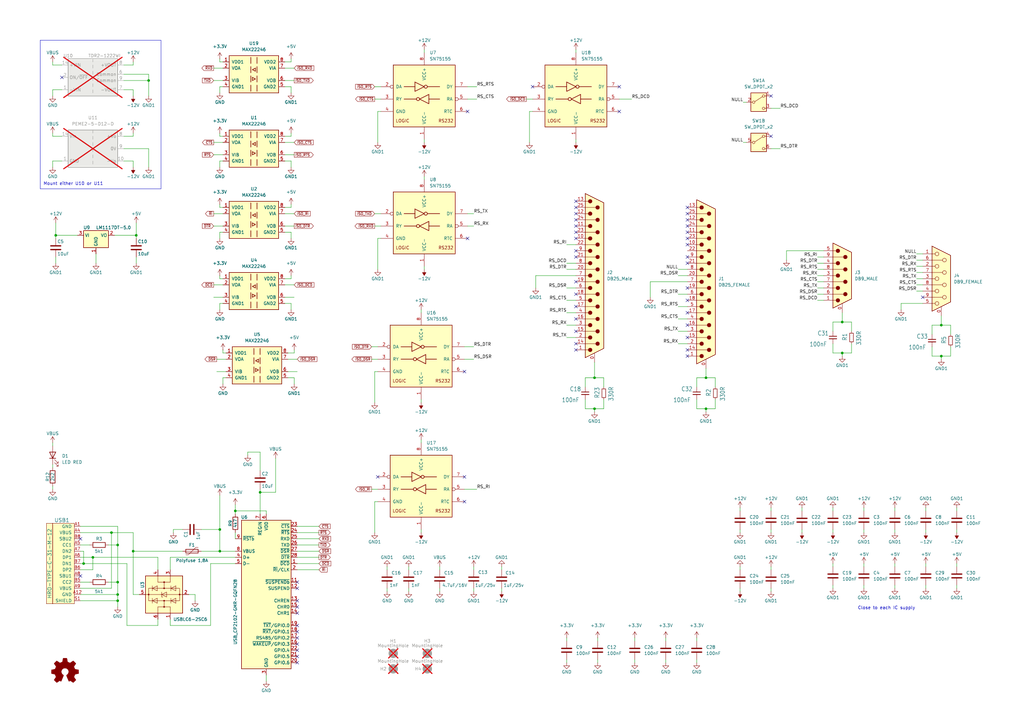
<source format=kicad_sch>
(kicad_sch
	(version 20250114)
	(generator "eeschema")
	(generator_version "9.0")
	(uuid "45119d54-9bb4-41fa-943c-6e8d0ad5f7c8")
	(paper "A3")
	(title_block
		(title "Opto isolated USB to RS232 converter")
		(date "2025-09-30")
		(rev ".099")
		(company "Anders Sandahl / SweProj")
	)
	
	(rectangle
		(start 16.51 16.51)
		(end 66.04 77.47)
		(stroke
			(width 0)
			(type default)
		)
		(fill
			(type none)
		)
		(uuid 657bbcc3-3e5b-44b7-b467-430d93cd8570)
	)
	(rectangle
		(start 16.51 16.51)
		(end 16.51 16.51)
		(stroke
			(width 0)
			(type default)
		)
		(fill
			(type none)
		)
		(uuid 907a7e6a-59a9-4aa2-a887-1d4a4e3667d3)
	)
	(text "Close to each IC supply"
		(exclude_from_sim no)
		(at 351.79 250.19 0)
		(effects
			(font
				(size 1.27 1.27)
			)
			(justify left bottom)
		)
		(uuid "2e5c9578-26b0-4716-900e-3d263f06d3a9")
	)
	(text "Mount either U10 or U11"
		(exclude_from_sim no)
		(at 17.78 76.2 0)
		(effects
			(font
				(size 1.27 1.27)
			)
			(justify left bottom)
		)
		(uuid "e9c2f802-b384-4590-8b08-e221cffeaac7")
	)
	(junction
		(at 106.68 201.93)
		(diameter 0)
		(color 0 0 0 0)
		(uuid "0ce05c46-ffdd-4b34-b018-ae24d190fdc2")
	)
	(junction
		(at 345.44 144.78)
		(diameter 0)
		(color 0 0 0 0)
		(uuid "1a5abd44-c682-4ab2-a337-dbd107da902f")
	)
	(junction
		(at 90.17 217.17)
		(diameter 0)
		(color 0 0 0 0)
		(uuid "1caa50d5-f711-4cf4-8215-d140c48f2ccc")
	)
	(junction
		(at 45.72 218.44)
		(diameter 0)
		(color 0 0 0 0)
		(uuid "1ec22618-3a90-4350-90f5-0723346c20bc")
	)
	(junction
		(at 90.17 226.06)
		(diameter 0)
		(color 0 0 0 0)
		(uuid "39d22776-f91e-4459-8617-60e28f53fd2d")
	)
	(junction
		(at 34.29 231.14)
		(diameter 0)
		(color 0 0 0 0)
		(uuid "5cebcf3b-fda8-4d5b-8958-76c4eab0fda8")
	)
	(junction
		(at 55.88 96.52)
		(diameter 0)
		(color 0 0 0 0)
		(uuid "66cd7f81-5316-41d9-98ab-b2c03ebe639f")
	)
	(junction
		(at 289.56 167.64)
		(diameter 0)
		(color 0 0 0 0)
		(uuid "7e9ec70b-e3cc-4a69-a7f8-dfcf6ca94c1d")
	)
	(junction
		(at 96.52 209.55)
		(diameter 0)
		(color 0 0 0 0)
		(uuid "828315af-76ab-4dc7-a64e-af121cedef28")
	)
	(junction
		(at 345.44 132.08)
		(diameter 0)
		(color 0 0 0 0)
		(uuid "9375167b-fb0c-4ffd-8862-723af75f0611")
	)
	(junction
		(at 48.26 238.76)
		(diameter 0)
		(color 0 0 0 0)
		(uuid "a0f56ef5-4f03-44be-957a-a320ed2c21b5")
	)
	(junction
		(at 48.26 223.52)
		(diameter 0)
		(color 0 0 0 0)
		(uuid "b19ac1c1-c8f1-4fdf-905e-54e607ed47ef")
	)
	(junction
		(at 22.86 96.52)
		(diameter 0)
		(color 0 0 0 0)
		(uuid "b3a017f1-e183-45e5-aac5-2fe903b5dd44")
	)
	(junction
		(at 48.26 246.38)
		(diameter 0)
		(color 0 0 0 0)
		(uuid "b41f5c9e-65fb-48cc-be3b-e7848e10d7ee")
	)
	(junction
		(at 243.84 167.64)
		(diameter 0)
		(color 0 0 0 0)
		(uuid "c6dff5fe-13b6-4f98-a853-9fea72e40325")
	)
	(junction
		(at 289.56 154.94)
		(diameter 0)
		(color 0 0 0 0)
		(uuid "c9c6c04e-4a0d-4710-b1a7-b07ec9b68b9c")
	)
	(junction
		(at 54.61 226.06)
		(diameter 0)
		(color 0 0 0 0)
		(uuid "d5ee3681-4c75-4d8d-99e3-b5392cfbd4a0")
	)
	(junction
		(at 386.08 146.05)
		(diameter 0)
		(color 0 0 0 0)
		(uuid "d708be76-c480-423e-a05d-2d0cc7b9c4c1")
	)
	(junction
		(at 243.84 154.94)
		(diameter 0)
		(color 0 0 0 0)
		(uuid "df55d48e-0675-4590-88b0-6d5a43674d0b")
	)
	(junction
		(at 38.1 228.6)
		(diameter 0)
		(color 0 0 0 0)
		(uuid "f7c37cd5-0485-4d04-a768-bf6936479253")
	)
	(junction
		(at 60.96 33.02)
		(diameter 0)
		(color 0 0 0 0)
		(uuid "fbbe0ffa-2441-4b94-b97c-ba90a0286809")
	)
	(junction
		(at 386.08 133.35)
		(diameter 0)
		(color 0 0 0 0)
		(uuid "fc2f9f76-9de8-4cb2-854b-e1a5e12ce8b3")
	)
	(junction
		(at 48.26 243.84)
		(diameter 0)
		(color 0 0 0 0)
		(uuid "fe2af186-a61e-4a26-8361-2d19fa834090")
	)
	(no_connect
		(at 236.22 90.17)
		(uuid "0165cf3c-4faa-404d-89bb-91e4bee356aa")
	)
	(no_connect
		(at 236.22 143.51)
		(uuid "02bea693-7618-48f1-b86d-da02dec3e4a9")
	)
	(no_connect
		(at 281.94 146.05)
		(uuid "042163a6-c066-447c-87bc-b7047487d6a5")
	)
	(no_connect
		(at 191.77 45.72)
		(uuid "04f254d5-4726-4530-a8e8-b8a8a1f6645c")
	)
	(no_connect
		(at 25.4 31.75)
		(uuid "0544d0c9-04d7-49ab-9536-f072a245827a")
	)
	(no_connect
		(at 236.22 92.71)
		(uuid "089d8af8-adc5-438c-8883-55e4bbe88406")
	)
	(no_connect
		(at 281.94 100.33)
		(uuid "0ab9d35c-c2d2-4710-b5d4-66c3221b9037")
	)
	(no_connect
		(at 121.92 269.24)
		(uuid "0df4ad9d-c867-4916-b6ab-ba33eddde3fc")
	)
	(no_connect
		(at 190.5 195.58)
		(uuid "1289aafa-9640-4909-accc-c880241eff10")
	)
	(no_connect
		(at 316.23 39.37)
		(uuid "13fb5530-492d-4088-ae18-26ca24775adf")
	)
	(no_connect
		(at 121.92 256.54)
		(uuid "1e92842c-ef43-4dfc-b71e-9d01ebe55077")
	)
	(no_connect
		(at 236.22 102.87)
		(uuid "1ec6b518-b375-49fe-80ea-439746142dac")
	)
	(no_connect
		(at 218.44 35.56)
		(uuid "2251913c-55ac-40cc-9e68-898f33f73b50")
	)
	(no_connect
		(at 281.94 92.71)
		(uuid "29dd5f40-6ac0-465c-83ae-44c0e8ed660a")
	)
	(no_connect
		(at 236.22 105.41)
		(uuid "3ae58367-f364-4980-a1ee-d541778ab36c")
	)
	(no_connect
		(at 316.23 55.88)
		(uuid "42941e0f-f4ac-4a27-9ee5-9fbbea7aac95")
	)
	(no_connect
		(at 121.92 264.16)
		(uuid "4cb61b19-d8f2-4fd7-93f2-f13e4ba465e8")
	)
	(no_connect
		(at 121.92 251.46)
		(uuid "5f21b9d1-e8b2-4505-beba-9ba0db68498b")
	)
	(no_connect
		(at 254 45.72)
		(uuid "64d3acfe-3342-4dc6-bec4-92e11b2609f4")
	)
	(no_connect
		(at 281.94 128.27)
		(uuid "7004acd9-c671-4549-91e6-a2360b722291")
	)
	(no_connect
		(at 281.94 97.79)
		(uuid "70ee7a59-69ba-48d4-a6ac-e1eef3cf73ad")
	)
	(no_connect
		(at 236.22 135.89)
		(uuid "73c49bfc-e2d1-46d3-b89f-3db8aa07a299")
	)
	(no_connect
		(at 236.22 87.63)
		(uuid "7be204f1-e36a-4cdf-b2a9-37aa0616d53e")
	)
	(no_connect
		(at 281.94 123.19)
		(uuid "7d21b970-ec8b-45b6-b4ef-2619a7cf753c")
	)
	(no_connect
		(at 190.5 152.4)
		(uuid "87ca0ec0-1251-429c-ab66-4b0641631503")
	)
	(no_connect
		(at 236.22 97.79)
		(uuid "88376976-c4da-4e04-a9b5-720d721b62da")
	)
	(no_connect
		(at 281.94 138.43)
		(uuid "95f4ccae-e3db-4c10-a48e-17640e51b889")
	)
	(no_connect
		(at 121.92 246.38)
		(uuid "9864ab23-4b61-4b2c-8892-757abd4e1d99")
	)
	(no_connect
		(at 236.22 130.81)
		(uuid "9b0395c9-64de-4e71-8268-371fd7f34f84")
	)
	(no_connect
		(at 236.22 120.65)
		(uuid "9cf8fedd-9eb4-4696-8ac5-97592d48eb30")
	)
	(no_connect
		(at 281.94 90.17)
		(uuid "a6c7e18d-31db-4142-a7d2-7837b06b1e4c")
	)
	(no_connect
		(at 121.92 241.3)
		(uuid "ac6a5bab-5f30-4446-b0cd-78bd5e4b4fd3")
	)
	(no_connect
		(at 281.94 143.51)
		(uuid "ac9f6a3d-26af-422e-824b-f4b5d4ef3690")
	)
	(no_connect
		(at 191.77 97.79)
		(uuid "aeba3072-a00f-4ce3-a391-ec4312f6cdb5")
	)
	(no_connect
		(at 281.94 85.09)
		(uuid "aeda1678-45b6-4b6f-951b-afa83464f733")
	)
	(no_connect
		(at 121.92 248.92)
		(uuid "b14f5be2-8e7d-481e-af60-29d0f10c0e93")
	)
	(no_connect
		(at 281.94 133.35)
		(uuid "b493ae6b-df66-45ae-bf1d-cb76b2554a21")
	)
	(no_connect
		(at 33.02 236.22)
		(uuid "b4a3a508-60ec-447a-86af-4dc0bee8930b")
	)
	(no_connect
		(at 254 35.56)
		(uuid "b78a2c20-1a08-4f2c-8f6d-0739b9fe3214")
	)
	(no_connect
		(at 281.94 105.41)
		(uuid "b8ee2f0a-1402-4824-826d-1143ab640b08")
	)
	(no_connect
		(at 121.92 261.62)
		(uuid "bcac12f4-9c6d-4571-b6ec-eabdfb79a0fa")
	)
	(no_connect
		(at 378.46 121.92)
		(uuid "be746066-83e4-4339-98a8-05f3e6e56c17")
	)
	(no_connect
		(at 121.92 259.08)
		(uuid "c1692418-d474-4a0f-8d6a-964c229b62c8")
	)
	(no_connect
		(at 236.22 125.73)
		(uuid "c615f7de-2201-4b6a-9893-e3ec63ef0ffc")
	)
	(no_connect
		(at 236.22 85.09)
		(uuid "c6213789-75fb-4db2-ab74-fb6c5e8c7e4f")
	)
	(no_connect
		(at 236.22 82.55)
		(uuid "d3c25c49-e315-472a-9101-9c0f103a540a")
	)
	(no_connect
		(at 121.92 266.7)
		(uuid "d50826f7-81e4-45c9-ae85-b6b262b12e6c")
	)
	(no_connect
		(at 236.22 95.25)
		(uuid "d5dbbde1-cca5-4b3c-8df3-db1e098e11b5")
	)
	(no_connect
		(at 121.92 238.76)
		(uuid "daff0ccf-ee4c-4a5c-9de3-c1c7bc7dbfd8")
	)
	(no_connect
		(at 121.92 271.78)
		(uuid "de3c77e2-8277-4b03-9a5f-dd8a547f9ec5")
	)
	(no_connect
		(at 236.22 140.97)
		(uuid "e682d27c-ac4a-4ab4-b909-27adccdc0580")
	)
	(no_connect
		(at 154.94 195.58)
		(uuid "e81b7ab6-2ed6-4aaa-8fdd-8398d11df237")
	)
	(no_connect
		(at 190.5 205.74)
		(uuid "ec0e8167-224d-4fd3-b419-537ebd308fb8")
	)
	(no_connect
		(at 236.22 115.57)
		(uuid "ec9fc905-2704-4ab4-8a32-f962283d3b78")
	)
	(no_connect
		(at 281.94 118.11)
		(uuid "f4521cfd-c95a-49ae-96de-da7bb948f858")
	)
	(no_connect
		(at 281.94 87.63)
		(uuid "f62ff143-be88-4b3a-99cc-27dc1d270e73")
	)
	(no_connect
		(at 33.02 220.98)
		(uuid "fc96df98-c0b6-4dcf-ad3f-edeb7483a23e")
	)
	(no_connect
		(at 281.94 95.25)
		(uuid "fe160b30-bd05-4960-aaa4-6a385bcd4c99")
	)
	(no_connect
		(at 281.94 107.95)
		(uuid "fea60e86-d25b-4721-b034-dd0035af4e3a")
	)
	(wire
		(pts
			(xy 289.56 167.64) (xy 293.37 167.64)
		)
		(stroke
			(width 0)
			(type default)
		)
		(uuid "02f9d88e-a598-4a50-86b6-04ceedcbfb33")
	)
	(wire
		(pts
			(xy 22.86 105.41) (xy 22.86 107.95)
		)
		(stroke
			(width 0)
			(type default)
		)
		(uuid "0384b6f8-d89c-4819-91b5-eb126874e25b")
	)
	(wire
		(pts
			(xy 46.99 96.52) (xy 55.88 96.52)
		)
		(stroke
			(width 0)
			(type default)
		)
		(uuid "04237c61-a5a2-4a2c-8943-a18a92626a79")
	)
	(wire
		(pts
			(xy 87.63 63.5) (xy 91.44 63.5)
		)
		(stroke
			(width 0)
			(type default)
		)
		(uuid "0438ccdc-3f37-4b6c-bb39-2cc5e51cd737")
	)
	(wire
		(pts
			(xy 120.65 154.94) (xy 120.65 157.48)
		)
		(stroke
			(width 0)
			(type default)
		)
		(uuid "051b4244-80d3-43f8-bbb7-cf0e553dcae4")
	)
	(wire
		(pts
			(xy 90.17 66.04) (xy 90.17 68.58)
		)
		(stroke
			(width 0)
			(type default)
		)
		(uuid "067e5031-a425-4d2a-9c33-70b9de6cc4c3")
	)
	(wire
		(pts
			(xy 25.4 36.83) (xy 21.59 36.83)
		)
		(stroke
			(width 0)
			(type default)
		)
		(uuid "0752796b-92c5-4c5f-92b8-6cc08446ee04")
	)
	(wire
		(pts
			(xy 392.43 217.17) (xy 392.43 218.44)
		)
		(stroke
			(width 0)
			(type default)
		)
		(uuid "07e8b152-c027-4bbf-9e08-40de8506b579")
	)
	(wire
		(pts
			(xy 90.17 226.06) (xy 96.52 226.06)
		)
		(stroke
			(width 0)
			(type default)
		)
		(uuid "0814f6c0-3adb-4bc5-a60a-a84b9cf9a333")
	)
	(wire
		(pts
			(xy 90.17 85.09) (xy 91.44 85.09)
		)
		(stroke
			(width 0)
			(type default)
		)
		(uuid "085c7a8d-6828-470e-bfd2-cc0a0b8cbf07")
	)
	(wire
		(pts
			(xy 33.02 241.3) (xy 45.72 241.3)
		)
		(stroke
			(width 0)
			(type default)
		)
		(uuid "087b69ff-624a-4e8a-b712-3ca14ead43ba")
	)
	(wire
		(pts
			(xy 90.17 95.25) (xy 90.17 97.79)
		)
		(stroke
			(width 0)
			(type default)
		)
		(uuid "08e2bd80-e066-4da1-ba1b-942af31407b8")
	)
	(wire
		(pts
			(xy 285.75 163.83) (xy 285.75 167.64)
		)
		(stroke
			(width 0)
			(type default)
		)
		(uuid "0c492c56-b7cd-432e-9a02-6d0707ef7267")
	)
	(wire
		(pts
			(xy 119.38 113.03) (xy 119.38 114.3)
		)
		(stroke
			(width 0)
			(type default)
		)
		(uuid "0c60d28b-6935-4de1-b923-f0c7366aa5c0")
	)
	(wire
		(pts
			(xy 173.99 72.39) (xy 173.99 73.66)
		)
		(stroke
			(width 0)
			(type default)
		)
		(uuid "0d628cd8-869f-49b5-a5fd-686e75931329")
	)
	(wire
		(pts
			(xy 266.7 121.92) (xy 266.7 115.57)
		)
		(stroke
			(width 0)
			(type default)
		)
		(uuid "0ec88223-b706-4002-bf1e-6a5a750d160d")
	)
	(wire
		(pts
			(xy 96.52 210.82) (xy 96.52 209.55)
		)
		(stroke
			(width 0)
			(type default)
		)
		(uuid "0f153312-5b25-487c-a82b-96b9bca123cc")
	)
	(wire
		(pts
			(xy 219.71 113.03) (xy 236.22 113.03)
		)
		(stroke
			(width 0)
			(type default)
		)
		(uuid "0f17677c-70f3-4f28-a285-dff4c9836e88")
	)
	(wire
		(pts
			(xy 113.03 187.96) (xy 113.03 201.93)
		)
		(stroke
			(width 0)
			(type default)
		)
		(uuid "0f5d6b7c-f151-4f51-b825-c73612ebb265")
	)
	(wire
		(pts
			(xy 91.44 154.94) (xy 91.44 157.48)
		)
		(stroke
			(width 0)
			(type default)
		)
		(uuid "1156231e-8479-4c78-a490-503129d7f69d")
	)
	(wire
		(pts
			(xy 375.92 119.38) (xy 378.46 119.38)
		)
		(stroke
			(width 0)
			(type default)
		)
		(uuid "126142ae-7d85-426f-8e0f-f8a30ff76711")
	)
	(wire
		(pts
			(xy 116.84 66.04) (xy 119.38 66.04)
		)
		(stroke
			(width 0)
			(type default)
		)
		(uuid "13c684d2-8642-4da1-9eaf-8293356ab706")
	)
	(wire
		(pts
			(xy 335.28 120.65) (xy 337.82 120.65)
		)
		(stroke
			(width 0)
			(type default)
		)
		(uuid "145d1637-e327-4f47-b545-00c8ffff3113")
	)
	(wire
		(pts
			(xy 116.84 92.71) (xy 120.65 92.71)
		)
		(stroke
			(width 0)
			(type default)
		)
		(uuid "14f51f9e-d1d1-45b5-9db4-e48760b263f8")
	)
	(wire
		(pts
			(xy 38.1 233.68) (xy 38.1 228.6)
		)
		(stroke
			(width 0)
			(type default)
		)
		(uuid "1555a31d-a9cd-40a0-be82-0d0ed9b2bfc4")
	)
	(wire
		(pts
			(xy 345.44 128.27) (xy 345.44 132.08)
		)
		(stroke
			(width 0)
			(type default)
		)
		(uuid "161bdfa9-050f-4e3a-bef6-ccb679d3e517")
	)
	(wire
		(pts
			(xy 90.17 24.13) (xy 90.17 25.4)
		)
		(stroke
			(width 0)
			(type default)
		)
		(uuid "17d0d790-7925-495f-a9a9-b16cebd40130")
	)
	(wire
		(pts
			(xy 54.61 218.44) (xy 54.61 226.06)
		)
		(stroke
			(width 0)
			(type default)
		)
		(uuid "17d45514-5b5a-4cd4-8683-557bfdfdfe04")
	)
	(wire
		(pts
			(xy 191.77 87.63) (xy 194.31 87.63)
		)
		(stroke
			(width 0)
			(type default)
		)
		(uuid "1b7016c1-a4bc-4bd0-8ec8-360f538dd82f")
	)
	(wire
		(pts
			(xy 91.44 144.78) (xy 92.71 144.78)
		)
		(stroke
			(width 0)
			(type default)
		)
		(uuid "1b701926-0013-4d4e-8e22-74177e720cd3")
	)
	(wire
		(pts
			(xy 243.84 167.64) (xy 247.65 167.64)
		)
		(stroke
			(width 0)
			(type default)
		)
		(uuid "1ca8edbe-87eb-4c8d-a7b3-ced148b270e2")
	)
	(wire
		(pts
			(xy 341.63 144.78) (xy 345.44 144.78)
		)
		(stroke
			(width 0)
			(type default)
		)
		(uuid "1d670fb3-2b5e-4bd2-b258-6d78c996ab5b")
	)
	(wire
		(pts
			(xy 120.65 143.51) (xy 120.65 144.78)
		)
		(stroke
			(width 0)
			(type default)
		)
		(uuid "1dcb9cdd-0861-4c6a-85cb-bc21cbc82de6")
	)
	(wire
		(pts
			(xy 375.92 109.22) (xy 378.46 109.22)
		)
		(stroke
			(width 0)
			(type default)
		)
		(uuid "1e58c627-b77d-4296-bafe-aba30a7d9c5f")
	)
	(wire
		(pts
			(xy 48.26 243.84) (xy 48.26 246.38)
		)
		(stroke
			(width 0)
			(type default)
		)
		(uuid "1ead34f7-465b-4402-94e0-997209e686e2")
	)
	(wire
		(pts
			(xy 74.93 217.17) (xy 71.12 217.17)
		)
		(stroke
			(width 0)
			(type default)
		)
		(uuid "1f5e84df-ec5c-4681-89a0-f3b4952a5871")
	)
	(wire
		(pts
			(xy 386.08 146.05) (xy 389.89 146.05)
		)
		(stroke
			(width 0)
			(type default)
		)
		(uuid "1fedd72f-868c-4e26-86d7-a61f61f5a807")
	)
	(wire
		(pts
			(xy 328.93 208.28) (xy 328.93 209.55)
		)
		(stroke
			(width 0)
			(type default)
		)
		(uuid "200e9e94-8879-44f6-8b56-5185edafc3b0")
	)
	(wire
		(pts
			(xy 45.72 218.44) (xy 54.61 218.44)
		)
		(stroke
			(width 0)
			(type default)
		)
		(uuid "22c7a9eb-e52e-45ca-b632-3bf7a47b08ed")
	)
	(wire
		(pts
			(xy 191.77 40.64) (xy 195.58 40.64)
		)
		(stroke
			(width 0)
			(type default)
		)
		(uuid "23d8ff4c-f66d-4b46-93dc-7b658d507ede")
	)
	(wire
		(pts
			(xy 34.29 226.06) (xy 34.29 231.14)
		)
		(stroke
			(width 0)
			(type default)
		)
		(uuid "2468f3c0-e9b8-4d31-8a64-fd53deaa9920")
	)
	(wire
		(pts
			(xy 375.92 111.76) (xy 378.46 111.76)
		)
		(stroke
			(width 0)
			(type default)
		)
		(uuid "2481f1f6-3565-40f5-948e-5d8772c9a2d6")
	)
	(wire
		(pts
			(xy 121.92 228.6) (xy 130.81 228.6)
		)
		(stroke
			(width 0)
			(type default)
		)
		(uuid "24a8f88b-c362-46fe-8a3a-0961e7af0e62")
	)
	(wire
		(pts
			(xy 22.86 91.44) (xy 22.86 96.52)
		)
		(stroke
			(width 0)
			(type default)
		)
		(uuid "2641e83d-0426-4c46-b2a8-b2a98e823a6f")
	)
	(wire
		(pts
			(xy 341.63 240.03) (xy 341.63 241.3)
		)
		(stroke
			(width 0)
			(type default)
		)
		(uuid "2647727e-3f6c-4ccb-af78-62a9696b47d9")
	)
	(wire
		(pts
			(xy 293.37 167.64) (xy 293.37 163.83)
		)
		(stroke
			(width 0)
			(type default)
		)
		(uuid "26c29494-6a3b-4655-8a86-8d9272ab1abf")
	)
	(wire
		(pts
			(xy 236.22 20.32) (xy 236.22 21.59)
		)
		(stroke
			(width 0)
			(type default)
		)
		(uuid "26d0b532-013f-4a2a-b150-ba7f0b6638ae")
	)
	(wire
		(pts
			(xy 33.02 228.6) (xy 38.1 228.6)
		)
		(stroke
			(width 0)
			(type default)
		)
		(uuid "27b387f5-c3a2-4fb6-ba0a-7a6843d87910")
	)
	(wire
		(pts
			(xy 278.13 113.03) (xy 281.94 113.03)
		)
		(stroke
			(width 0)
			(type default)
		)
		(uuid "28cc94a1-0758-4833-a927-dca11f56f022")
	)
	(wire
		(pts
			(xy 232.41 110.49) (xy 236.22 110.49)
		)
		(stroke
			(width 0)
			(type default)
		)
		(uuid "28ec14dd-867d-47bf-ab33-0930bae956a4")
	)
	(wire
		(pts
			(xy 54.61 36.83) (xy 54.61 39.37)
		)
		(stroke
			(width 0)
			(type default)
		)
		(uuid "295f1edd-77fc-47cd-a3cb-c8bada18793f")
	)
	(wire
		(pts
			(xy 21.59 36.83) (xy 21.59 39.37)
		)
		(stroke
			(width 0)
			(type default)
		)
		(uuid "2a89724a-2f0d-4c76-9162-a99c009c811b")
	)
	(wire
		(pts
			(xy 50.8 30.48) (xy 60.96 30.48)
		)
		(stroke
			(width 0)
			(type default)
		)
		(uuid "2a8f289a-ef0e-4a2d-aa90-b33f2b60508e")
	)
	(wire
		(pts
			(xy 232.41 118.11) (xy 236.22 118.11)
		)
		(stroke
			(width 0)
			(type default)
		)
		(uuid "2b23a1aa-46a3-43d7-a3bc-86e466c94a53")
	)
	(wire
		(pts
			(xy 316.23 208.28) (xy 316.23 209.55)
		)
		(stroke
			(width 0)
			(type default)
		)
		(uuid "2b7e2d58-320c-4878-bb35-6246f748375e")
	)
	(wire
		(pts
			(xy 101.6 185.42) (xy 101.6 186.69)
		)
		(stroke
			(width 0)
			(type default)
		)
		(uuid "2c79d1e5-a9c1-4d6e-a601-c6f22df4649b")
	)
	(wire
		(pts
			(xy 50.8 60.96) (xy 60.96 60.96)
		)
		(stroke
			(width 0)
			(type default)
		)
		(uuid "2e88b3c2-4263-4f5f-960c-8dd291e4c587")
	)
	(wire
		(pts
			(xy 50.8 26.67) (xy 54.61 26.67)
		)
		(stroke
			(width 0)
			(type default)
		)
		(uuid "306e17b1-0f50-440f-95d3-5a17ed04c00b")
	)
	(wire
		(pts
			(xy 96.52 207.01) (xy 96.52 209.55)
		)
		(stroke
			(width 0)
			(type default)
		)
		(uuid "309cf0ce-630c-4df7-8612-4dd9b147e26a")
	)
	(wire
		(pts
			(xy 303.53 232.41) (xy 303.53 233.68)
		)
		(stroke
			(width 0)
			(type default)
		)
		(uuid "30bbf002-5bdf-482f-af4e-51f3666ca402")
	)
	(wire
		(pts
			(xy 190.5 142.24) (xy 194.31 142.24)
		)
		(stroke
			(width 0)
			(type default)
		)
		(uuid "314c359c-5533-42d3-b66b-a43cfb5e8e15")
	)
	(wire
		(pts
			(xy 48.26 238.76) (xy 48.26 243.84)
		)
		(stroke
			(width 0)
			(type default)
		)
		(uuid "32b1d9f5-9a34-49d6-b0a4-4d921b2fe420")
	)
	(wire
		(pts
			(xy 118.11 152.4) (xy 121.92 152.4)
		)
		(stroke
			(width 0)
			(type default)
		)
		(uuid "34777aec-f335-48f5-9f8d-3c5e5c98bde6")
	)
	(wire
		(pts
			(xy 90.17 114.3) (xy 91.44 114.3)
		)
		(stroke
			(width 0)
			(type default)
		)
		(uuid "34bf2c55-47c3-456b-bc29-efde72d146e5")
	)
	(wire
		(pts
			(xy 278.13 120.65) (xy 281.94 120.65)
		)
		(stroke
			(width 0)
			(type default)
		)
		(uuid "36a21bed-3787-423b-b94a-551b1ce34d96")
	)
	(wire
		(pts
			(xy 109.22 276.86) (xy 109.22 279.4)
		)
		(stroke
			(width 0)
			(type default)
		)
		(uuid "36beaeb2-ebda-4a8c-991d-c07ebfc50d7b")
	)
	(wire
		(pts
			(xy 90.17 217.17) (xy 90.17 226.06)
		)
		(stroke
			(width 0)
			(type default)
		)
		(uuid "37ce03b9-7c20-426c-aa90-cb0f77b57840")
	)
	(wire
		(pts
			(xy 173.99 109.22) (xy 173.99 110.49)
		)
		(stroke
			(width 0)
			(type default)
		)
		(uuid "387ec976-9bca-41e6-bc6e-a9d8c848b8fc")
	)
	(wire
		(pts
			(xy 328.93 217.17) (xy 328.93 218.44)
		)
		(stroke
			(width 0)
			(type default)
		)
		(uuid "395a6ed1-2827-4adc-add5-00eff07ed956")
	)
	(wire
		(pts
			(xy 119.38 54.61) (xy 119.38 55.88)
		)
		(stroke
			(width 0)
			(type default)
		)
		(uuid "397b485d-3108-411a-a0f5-ffce56a81bdf")
	)
	(wire
		(pts
			(xy 375.92 104.14) (xy 378.46 104.14)
		)
		(stroke
			(width 0)
			(type default)
		)
		(uuid "39988957-9f60-48a3-8a35-e4da109d685d")
	)
	(wire
		(pts
			(xy 152.4 147.32) (xy 154.94 147.32)
		)
		(stroke
			(width 0)
			(type default)
		)
		(uuid "3ba82085-485a-46c3-934a-e37f37ecdcd1")
	)
	(wire
		(pts
			(xy 116.84 95.25) (xy 119.38 95.25)
		)
		(stroke
			(width 0)
			(type default)
		)
		(uuid "3bb679e3-51a6-4655-b9b5-1635ebeb0974")
	)
	(wire
		(pts
			(xy 96.52 220.98) (xy 96.52 218.44)
		)
		(stroke
			(width 0)
			(type default)
		)
		(uuid "3cb60813-dab1-4b00-a1e5-0c762b9260b9")
	)
	(wire
		(pts
			(xy 243.84 154.94) (xy 247.65 154.94)
		)
		(stroke
			(width 0)
			(type default)
		)
		(uuid "3d3becef-c45e-4e23-af6a-08e8ac50b36e")
	)
	(wire
		(pts
			(xy 77.47 243.84) (xy 80.01 243.84)
		)
		(stroke
			(width 0)
			(type default)
		)
		(uuid "3dae6c99-81e1-4401-9b0c-c671fc61793c")
	)
	(wire
		(pts
			(xy 273.05 261.62) (xy 273.05 262.89)
		)
		(stroke
			(width 0)
			(type default)
		)
		(uuid "3f3110db-1c2a-410d-8ca7-1a0f42902c79")
	)
	(wire
		(pts
			(xy 232.41 138.43) (xy 236.22 138.43)
		)
		(stroke
			(width 0)
			(type default)
		)
		(uuid "3fc7b069-4f07-4a85-b25d-86baf598c708")
	)
	(wire
		(pts
			(xy 167.64 241.3) (xy 167.64 242.57)
		)
		(stroke
			(width 0)
			(type default)
		)
		(uuid "406c1aa8-3dd0-4a4f-a052-1b6148ac21ff")
	)
	(wire
		(pts
			(xy 304.8 41.91) (xy 306.07 41.91)
		)
		(stroke
			(width 0)
			(type default)
		)
		(uuid "4204ec65-2519-4121-a339-531d31fa6d2f")
	)
	(wire
		(pts
			(xy 316.23 60.96) (xy 320.04 60.96)
		)
		(stroke
			(width 0)
			(type default)
		)
		(uuid "42d8a2f7-3d22-45de-a7ca-4f7bc85c37d3")
	)
	(wire
		(pts
			(xy 335.28 115.57) (xy 337.82 115.57)
		)
		(stroke
			(width 0)
			(type default)
		)
		(uuid "444444d3-25e3-4e82-a077-4863a640ed95")
	)
	(wire
		(pts
			(xy 118.11 147.32) (xy 121.92 147.32)
		)
		(stroke
			(width 0)
			(type default)
		)
		(uuid "45224fb6-1b36-47c7-996c-6448ec42f47e")
	)
	(wire
		(pts
			(xy 354.33 240.03) (xy 354.33 241.3)
		)
		(stroke
			(width 0)
			(type default)
		)
		(uuid "46ffcb7d-0f5f-4649-b2e2-d90d412d6326")
	)
	(wire
		(pts
			(xy 116.84 35.56) (xy 119.38 35.56)
		)
		(stroke
			(width 0)
			(type default)
		)
		(uuid "473e526e-e453-4bd7-bb90-c565460c766e")
	)
	(wire
		(pts
			(xy 392.43 208.28) (xy 392.43 209.55)
		)
		(stroke
			(width 0)
			(type default)
		)
		(uuid "477b93a9-314b-4dcc-b1a0-132a57458a03")
	)
	(wire
		(pts
			(xy 367.03 217.17) (xy 367.03 218.44)
		)
		(stroke
			(width 0)
			(type default)
		)
		(uuid "47ecde19-f589-4b82-aa39-d129e8235f18")
	)
	(wire
		(pts
			(xy 87.63 58.42) (xy 91.44 58.42)
		)
		(stroke
			(width 0)
			(type default)
		)
		(uuid "47f20172-2122-485d-8957-41a00bf9f39f")
	)
	(wire
		(pts
			(xy 44.45 238.76) (xy 48.26 238.76)
		)
		(stroke
			(width 0)
			(type default)
		)
		(uuid "47f7ea1d-cedf-4cec-9d4b-ff1a09ebd03b")
	)
	(wire
		(pts
			(xy 45.72 218.44) (xy 45.72 241.3)
		)
		(stroke
			(width 0)
			(type default)
		)
		(uuid "482f6f09-806f-41b1-b88a-fcc3bfafbefa")
	)
	(wire
		(pts
			(xy 341.63 140.97) (xy 341.63 144.78)
		)
		(stroke
			(width 0)
			(type default)
		)
		(uuid "48bc26d6-7cba-4293-a38f-8203cb6f7534")
	)
	(wire
		(pts
			(xy 119.38 24.13) (xy 119.38 25.4)
		)
		(stroke
			(width 0)
			(type default)
		)
		(uuid "49213f4c-9462-4cb7-82be-98d31a899f3f")
	)
	(wire
		(pts
			(xy 232.41 107.95) (xy 236.22 107.95)
		)
		(stroke
			(width 0)
			(type default)
		)
		(uuid "4a22c8db-be2f-4cb8-947a-7b04e077df4d")
	)
	(wire
		(pts
			(xy 247.65 154.94) (xy 247.65 158.75)
		)
		(stroke
			(width 0)
			(type default)
		)
		(uuid "4a4931bd-ac94-4f37-945c-6d9159991df0")
	)
	(wire
		(pts
			(xy 278.13 140.97) (xy 281.94 140.97)
		)
		(stroke
			(width 0)
			(type default)
		)
		(uuid "4aa98a1b-cdb7-43e5-93bf-8cb4c90dc63c")
	)
	(wire
		(pts
			(xy 90.17 35.56) (xy 91.44 35.56)
		)
		(stroke
			(width 0)
			(type default)
		)
		(uuid "4afa2060-4b4f-4935-a590-f2ba3ca0cd1d")
	)
	(wire
		(pts
			(xy 218.44 45.72) (xy 217.17 45.72)
		)
		(stroke
			(width 0)
			(type default)
		)
		(uuid "4b65e01e-9e25-4ace-b371-1fb192949d51")
	)
	(wire
		(pts
			(xy 335.28 113.03) (xy 337.82 113.03)
		)
		(stroke
			(width 0)
			(type default)
		)
		(uuid "4bc9e431-ed80-4aaf-bd92-7d5d9e30f249")
	)
	(wire
		(pts
			(xy 304.8 58.42) (xy 306.07 58.42)
		)
		(stroke
			(width 0)
			(type default)
		)
		(uuid "4c49e0e4-d958-4e19-b061-2190a59d2c0e")
	)
	(wire
		(pts
			(xy 205.74 241.3) (xy 205.74 242.57)
		)
		(stroke
			(width 0)
			(type default)
		)
		(uuid "4d53143d-2215-4be3-8e8a-85101980d6f4")
	)
	(wire
		(pts
			(xy 25.4 66.04) (xy 21.59 66.04)
		)
		(stroke
			(width 0)
			(type default)
		)
		(uuid "4db2d695-8fc6-49c6-8f57-543f8ad66bd7")
	)
	(wire
		(pts
			(xy 80.01 243.84) (xy 80.01 246.38)
		)
		(stroke
			(width 0)
			(type default)
		)
		(uuid "4dea797c-8cc5-4f15-8c20-3c3f02b4620e")
	)
	(wire
		(pts
			(xy 55.88 105.41) (xy 55.88 107.95)
		)
		(stroke
			(width 0)
			(type default)
		)
		(uuid "4dfdcc53-7d80-4a38-a289-9dbe3128810b")
	)
	(wire
		(pts
			(xy 335.28 110.49) (xy 337.82 110.49)
		)
		(stroke
			(width 0)
			(type default)
		)
		(uuid "4e03c5bf-4abe-4572-a970-1f368bb03f86")
	)
	(wire
		(pts
			(xy 82.55 226.06) (xy 90.17 226.06)
		)
		(stroke
			(width 0)
			(type default)
		)
		(uuid "4e21d53f-3c99-4eef-8aa7-10ad9d971820")
	)
	(wire
		(pts
			(xy 172.72 180.34) (xy 172.72 181.61)
		)
		(stroke
			(width 0)
			(type default)
		)
		(uuid "4f3c1040-2b5d-4afc-bf8c-f0fb16e763cb")
	)
	(wire
		(pts
			(xy 87.63 116.84) (xy 91.44 116.84)
		)
		(stroke
			(width 0)
			(type default)
		)
		(uuid "5267772c-3e73-4f05-ab25-92cfe92e2008")
	)
	(wire
		(pts
			(xy 119.38 66.04) (xy 119.38 68.58)
		)
		(stroke
			(width 0)
			(type default)
		)
		(uuid "5340b885-02ce-4ef3-8bbe-e933ae735376")
	)
	(wire
		(pts
			(xy 153.67 152.4) (xy 153.67 165.1)
		)
		(stroke
			(width 0)
			(type default)
		)
		(uuid "543b5e88-65b8-4eef-b86b-e88aedccc723")
	)
	(wire
		(pts
			(xy 285.75 270.51) (xy 285.75 271.78)
		)
		(stroke
			(width 0)
			(type default)
		)
		(uuid "557c1b96-933f-4e1f-84f2-47685b0ba4d6")
	)
	(wire
		(pts
			(xy 191.77 35.56) (xy 195.58 35.56)
		)
		(stroke
			(width 0)
			(type default)
		)
		(uuid "56755940-6097-4331-b789-a102101ab234")
	)
	(wire
		(pts
			(xy 153.67 40.64) (xy 156.21 40.64)
		)
		(stroke
			(width 0)
			(type default)
		)
		(uuid "570b771f-7520-4b60-9141-37dcb026be0c")
	)
	(wire
		(pts
			(xy 90.17 25.4) (xy 91.44 25.4)
		)
		(stroke
			(width 0)
			(type default)
		)
		(uuid "581f26f1-7851-4a49-9c39-5ea473c804bb")
	)
	(wire
		(pts
			(xy 90.17 95.25) (xy 91.44 95.25)
		)
		(stroke
			(width 0)
			(type default)
		)
		(uuid "5983fe12-d4cf-4c74-8c12-308492480f7b")
	)
	(wire
		(pts
			(xy 245.11 261.62) (xy 245.11 262.89)
		)
		(stroke
			(width 0)
			(type default)
		)
		(uuid "5b0ef6bd-24a6-411c-9b43-b9ac7be533de")
	)
	(wire
		(pts
			(xy 243.84 148.59) (xy 243.84 154.94)
		)
		(stroke
			(width 0)
			(type default)
		)
		(uuid "5b26de42-d183-45fb-aa8e-4856e3e1e818")
	)
	(wire
		(pts
			(xy 172.72 127) (xy 172.72 128.27)
		)
		(stroke
			(width 0)
			(type default)
		)
		(uuid "5bcce4e4-e31f-4ae7-bb48-591c5c75f0f9")
	)
	(wire
		(pts
			(xy 33.02 218.44) (xy 45.72 218.44)
		)
		(stroke
			(width 0)
			(type default)
		)
		(uuid "5c4a02f5-3db5-4e63-9e6b-778c8f7f8b19")
	)
	(wire
		(pts
			(xy 349.25 144.78) (xy 349.25 140.97)
		)
		(stroke
			(width 0)
			(type default)
		)
		(uuid "5c9d8f1e-618a-402f-99da-fbd8c6384e45")
	)
	(wire
		(pts
			(xy 50.8 36.83) (xy 54.61 36.83)
		)
		(stroke
			(width 0)
			(type default)
		)
		(uuid "5e835666-6a58-4833-b031-3f2c4c2e749a")
	)
	(wire
		(pts
			(xy 48.26 215.9) (xy 48.26 223.52)
		)
		(stroke
			(width 0)
			(type default)
		)
		(uuid "5f6a24ed-2d13-4dbb-aed4-dd9ed4aac6fc")
	)
	(wire
		(pts
			(xy 96.52 209.55) (xy 109.22 209.55)
		)
		(stroke
			(width 0)
			(type default)
		)
		(uuid "60a3f2d1-63be-48ec-8c17-6b2d1fe93525")
	)
	(wire
		(pts
			(xy 335.28 123.19) (xy 337.82 123.19)
		)
		(stroke
			(width 0)
			(type default)
		)
		(uuid "614d4748-0e3d-4b3c-aaf9-34ed80787bd6")
	)
	(wire
		(pts
			(xy 121.92 233.68) (xy 130.81 233.68)
		)
		(stroke
			(width 0)
			(type default)
		)
		(uuid "6158c296-0b93-489d-b527-9e29a9aedca4")
	)
	(wire
		(pts
			(xy 194.31 232.41) (xy 194.31 233.68)
		)
		(stroke
			(width 0)
			(type default)
		)
		(uuid "61a45f35-10df-4888-a769-def1e2da8488")
	)
	(wire
		(pts
			(xy 121.92 226.06) (xy 130.81 226.06)
		)
		(stroke
			(width 0)
			(type default)
		)
		(uuid "6233c005-8cd2-4e1d-b1b7-cb43f3d07365")
	)
	(wire
		(pts
			(xy 33.02 231.14) (xy 34.29 231.14)
		)
		(stroke
			(width 0)
			(type default)
		)
		(uuid "62c107d3-305f-49c9-a5a5-e4c4345dfe23")
	)
	(wire
		(pts
			(xy 167.64 232.41) (xy 167.64 233.68)
		)
		(stroke
			(width 0)
			(type default)
		)
		(uuid "63af77b8-76ff-4390-ab05-7d7e08b48719")
	)
	(wire
		(pts
			(xy 392.43 231.14) (xy 392.43 232.41)
		)
		(stroke
			(width 0)
			(type default)
		)
		(uuid "63bee421-96bb-48c0-8d61-92037e526009")
	)
	(wire
		(pts
			(xy 60.96 60.96) (xy 60.96 68.58)
		)
		(stroke
			(width 0)
			(type default)
		)
		(uuid "64a3e18d-1dd1-43f8-8e3f-ebad4bbfa93f")
	)
	(wire
		(pts
			(xy 87.63 121.92) (xy 91.44 121.92)
		)
		(stroke
			(width 0)
			(type default)
		)
		(uuid "69241085-865c-4f97-8ea2-9eace96e83bb")
	)
	(wire
		(pts
			(xy 266.7 115.57) (xy 281.94 115.57)
		)
		(stroke
			(width 0)
			(type default)
		)
		(uuid "69523e00-7c3f-4e32-98b3-96564a237cf7")
	)
	(wire
		(pts
			(xy 154.94 152.4) (xy 153.67 152.4)
		)
		(stroke
			(width 0)
			(type default)
		)
		(uuid "6a2342b2-b770-4108-b496-f57d62279b31")
	)
	(wire
		(pts
			(xy 240.03 163.83) (xy 240.03 167.64)
		)
		(stroke
			(width 0)
			(type default)
		)
		(uuid "6aa8cfc5-30af-41fa-a4ae-cf89be774a94")
	)
	(wire
		(pts
			(xy 106.68 185.42) (xy 106.68 193.04)
		)
		(stroke
			(width 0)
			(type default)
		)
		(uuid "6cd74f70-4fc4-44af-883b-7680e379a42a")
	)
	(wire
		(pts
			(xy 303.53 241.3) (xy 303.53 242.57)
		)
		(stroke
			(width 0)
			(type default)
		)
		(uuid "6dfaa558-1b0e-47e0-9248-7aa0e6557ab4")
	)
	(wire
		(pts
			(xy 173.99 57.15) (xy 173.99 58.42)
		)
		(stroke
			(width 0)
			(type default)
		)
		(uuid "6e7e113a-f9f9-4c00-ac3c-042ae5ac6761")
	)
	(wire
		(pts
			(xy 90.17 124.46) (xy 91.44 124.46)
		)
		(stroke
			(width 0)
			(type default)
		)
		(uuid "6eadebd4-854c-4aa0-8074-c2e387de196e")
	)
	(wire
		(pts
			(xy 289.56 167.64) (xy 289.56 168.91)
		)
		(stroke
			(width 0)
			(type default)
		)
		(uuid "6eddbd10-d206-406b-a82f-4b616cde9ed7")
	)
	(wire
		(pts
			(xy 190.5 147.32) (xy 194.31 147.32)
		)
		(stroke
			(width 0)
			(type default)
		)
		(uuid "6ee3ac1f-d9d4-4e45-8496-145fe5407fc2")
	)
	(wire
		(pts
			(xy 120.65 144.78) (xy 118.11 144.78)
		)
		(stroke
			(width 0)
			(type default)
		)
		(uuid "6f18ebf8-b187-4e5c-b566-0e0f9ba31be9")
	)
	(wire
		(pts
			(xy 54.61 66.04) (xy 54.61 68.58)
		)
		(stroke
			(width 0)
			(type default)
		)
		(uuid "7078bbdb-b269-4d24-a752-6cd2db715821")
	)
	(wire
		(pts
			(xy 367.03 208.28) (xy 367.03 209.55)
		)
		(stroke
			(width 0)
			(type default)
		)
		(uuid "7106e4fe-3ddf-4c79-b710-f604b0388023")
	)
	(wire
		(pts
			(xy 379.73 217.17) (xy 379.73 218.44)
		)
		(stroke
			(width 0)
			(type default)
		)
		(uuid "71565e2a-9e08-41e1-81a7-966d91d24946")
	)
	(wire
		(pts
			(xy 119.38 25.4) (xy 116.84 25.4)
		)
		(stroke
			(width 0)
			(type default)
		)
		(uuid "72d74c0a-4697-4780-b4b4-43ec0b3a0cae")
	)
	(wire
		(pts
			(xy 285.75 261.62) (xy 285.75 262.89)
		)
		(stroke
			(width 0)
			(type default)
		)
		(uuid "7376a817-3d5e-4dc6-9c64-4d3c6508a5e9")
	)
	(wire
		(pts
			(xy 316.23 241.3) (xy 316.23 242.57)
		)
		(stroke
			(width 0)
			(type default)
		)
		(uuid "73e39460-beb2-4ea7-9bc2-9379c7acee2c")
	)
	(wire
		(pts
			(xy 113.03 201.93) (xy 106.68 201.93)
		)
		(stroke
			(width 0)
			(type default)
		)
		(uuid "747c4059-9796-4985-8775-ca39e5b5911a")
	)
	(wire
		(pts
			(xy 116.84 33.02) (xy 120.65 33.02)
		)
		(stroke
			(width 0)
			(type default)
		)
		(uuid "761cb8f7-fe20-424a-b250-b7135866dfde")
	)
	(wire
		(pts
			(xy 217.17 45.72) (xy 217.17 58.42)
		)
		(stroke
			(width 0)
			(type default)
		)
		(uuid "7696e15a-4dba-4632-b3b1-53ac638b67eb")
	)
	(wire
		(pts
			(xy 382.27 133.35) (xy 386.08 133.35)
		)
		(stroke
			(width 0)
			(type default)
		)
		(uuid "774349b7-d229-4116-b3b8-fa9a465b6bfd")
	)
	(wire
		(pts
			(xy 90.17 124.46) (xy 90.17 127)
		)
		(stroke
			(width 0)
			(type default)
		)
		(uuid "7757b532-2094-48cb-9ebc-c604300e088a")
	)
	(wire
		(pts
			(xy 190.5 200.66) (xy 195.58 200.66)
		)
		(stroke
			(width 0)
			(type default)
		)
		(uuid "77bc25d1-6319-422c-99b6-124c377707c4")
	)
	(wire
		(pts
			(xy 232.41 133.35) (xy 236.22 133.35)
		)
		(stroke
			(width 0)
			(type default)
		)
		(uuid "783e7226-b345-431a-9fe2-71bb392eb39d")
	)
	(wire
		(pts
			(xy 52.07 231.14) (xy 52.07 256.54)
		)
		(stroke
			(width 0)
			(type default)
		)
		(uuid "7ca86b6d-60be-4bac-8766-f0dca6480e1a")
	)
	(wire
		(pts
			(xy 219.71 118.11) (xy 219.71 113.03)
		)
		(stroke
			(width 0)
			(type default)
		)
		(uuid "7d490b66-ed43-4c58-a658-2d70723cced6")
	)
	(wire
		(pts
			(xy 101.6 185.42) (xy 106.68 185.42)
		)
		(stroke
			(width 0)
			(type default)
		)
		(uuid "7eb6d762-560f-4ad7-948e-fa812928b722")
	)
	(wire
		(pts
			(xy 21.59 54.61) (xy 21.59 55.88)
		)
		(stroke
			(width 0)
			(type default)
		)
		(uuid "7f2211c8-9b07-4cca-abcd-29310e0c875b")
	)
	(wire
		(pts
			(xy 278.13 130.81) (xy 281.94 130.81)
		)
		(stroke
			(width 0)
			(type default)
		)
		(uuid "80909f5b-a3b9-4cfc-ac21-2a5798c8768d")
	)
	(wire
		(pts
			(xy 38.1 228.6) (xy 64.77 228.6)
		)
		(stroke
			(width 0)
			(type default)
		)
		(uuid "813fcd10-303e-4bcc-ace4-69d0a0bc6d5d")
	)
	(wire
		(pts
			(xy 50.8 66.04) (xy 54.61 66.04)
		)
		(stroke
			(width 0)
			(type default)
		)
		(uuid "826ee79c-f500-47d3-b825-754ee24be611")
	)
	(wire
		(pts
			(xy 21.59 181.61) (xy 21.59 182.88)
		)
		(stroke
			(width 0)
			(type default)
		)
		(uuid "82a5bc99-677a-4b7e-b2a0-5127da6bfd48")
	)
	(wire
		(pts
			(xy 119.38 85.09) (xy 116.84 85.09)
		)
		(stroke
			(width 0)
			(type default)
		)
		(uuid "844d3814-803f-4bde-8235-605b1822f5b6")
	)
	(wire
		(pts
			(xy 392.43 240.03) (xy 392.43 241.3)
		)
		(stroke
			(width 0)
			(type default)
		)
		(uuid "844e4d12-7438-4d13-8243-1829670b481b")
	)
	(wire
		(pts
			(xy 240.03 167.64) (xy 243.84 167.64)
		)
		(stroke
			(width 0)
			(type default)
		)
		(uuid "846b9f01-4eca-48c0-8ac1-0aa94645bb2d")
	)
	(wire
		(pts
			(xy 382.27 142.24) (xy 382.27 146.05)
		)
		(stroke
			(width 0)
			(type default)
		)
		(uuid "8470d67c-fa72-483f-951f-6a0d40c5ff20")
	)
	(wire
		(pts
			(xy 21.59 199.39) (xy 21.59 200.66)
		)
		(stroke
			(width 0)
			(type default)
		)
		(uuid "86336507-3b9d-4434-8819-bd99fc2d100b")
	)
	(wire
		(pts
			(xy 172.72 217.17) (xy 172.72 218.44)
		)
		(stroke
			(width 0)
			(type default)
		)
		(uuid "871d8c52-ff4b-4c59-b5f0-f063c859ce71")
	)
	(wire
		(pts
			(xy 341.63 135.89) (xy 341.63 132.08)
		)
		(stroke
			(width 0)
			(type default)
		)
		(uuid "8837c895-d9cc-4c81-ac7d-bb37be706b03")
	)
	(wire
		(pts
			(xy 154.94 97.79) (xy 154.94 110.49)
		)
		(stroke
			(width 0)
			(type default)
		)
		(uuid "8890d6dc-ae0f-49c8-91a1-4f5a1f6def89")
	)
	(wire
		(pts
			(xy 367.03 231.14) (xy 367.03 232.41)
		)
		(stroke
			(width 0)
			(type default)
		)
		(uuid "88defd66-9277-479a-b372-2e39e084d8b0")
	)
	(wire
		(pts
			(xy 90.17 83.82) (xy 90.17 85.09)
		)
		(stroke
			(width 0)
			(type default)
		)
		(uuid "88e91d6c-f87e-494f-9c4d-6d4033d1f6e7")
	)
	(wire
		(pts
			(xy 121.92 231.14) (xy 130.81 231.14)
		)
		(stroke
			(width 0)
			(type default)
		)
		(uuid "895e25c8-febc-4edf-971b-3a03fb8a7b41")
	)
	(wire
		(pts
			(xy 90.17 35.56) (xy 90.17 38.1)
		)
		(stroke
			(width 0)
			(type default)
		)
		(uuid "8c76c85c-37b2-40ad-8a3e-957703fe0020")
	)
	(wire
		(pts
			(xy 180.34 241.3) (xy 180.34 242.57)
		)
		(stroke
			(width 0)
			(type default)
		)
		(uuid "8c7b718c-b394-469b-a9fa-da00cc07d79e")
	)
	(wire
		(pts
			(xy 349.25 132.08) (xy 349.25 135.89)
		)
		(stroke
			(width 0)
			(type default)
		)
		(uuid "8cb526dd-23d7-48c0-826c-abd84ffed02a")
	)
	(wire
		(pts
			(xy 382.27 137.16) (xy 382.27 133.35)
		)
		(stroke
			(width 0)
			(type default)
		)
		(uuid "8dad0bc2-067e-47e0-b5d4-5f15fe7e10bd")
	)
	(wire
		(pts
			(xy 119.38 124.46) (xy 119.38 127)
		)
		(stroke
			(width 0)
			(type default)
		)
		(uuid "8e82f0b1-2e4c-4ac1-ae50-d36cf18d968d")
	)
	(wire
		(pts
			(xy 389.89 146.05) (xy 389.89 142.24)
		)
		(stroke
			(width 0)
			(type default)
		)
		(uuid "8e89d6ed-53eb-474a-b867-4123a094632d")
	)
	(wire
		(pts
			(xy 90.17 113.03) (xy 90.17 114.3)
		)
		(stroke
			(width 0)
			(type default)
		)
		(uuid "8f8f2b12-9b42-40fa-ae1f-420457000b50")
	)
	(wire
		(pts
			(xy 54.61 226.06) (xy 54.61 243.84)
		)
		(stroke
			(width 0)
			(type default)
		)
		(uuid "8fe47e91-74a8-462d-aa7e-23e1b6732884")
	)
	(wire
		(pts
			(xy 33.02 223.52) (xy 36.83 223.52)
		)
		(stroke
			(width 0)
			(type default)
		)
		(uuid "90d3fb1e-9f42-4be1-a8ef-e34a1f055b9c")
	)
	(wire
		(pts
			(xy 121.92 215.9) (xy 130.81 215.9)
		)
		(stroke
			(width 0)
			(type default)
		)
		(uuid "926191f7-e041-4e3a-b04b-3eb6c84df66a")
	)
	(wire
		(pts
			(xy 285.75 158.75) (xy 285.75 154.94)
		)
		(stroke
			(width 0)
			(type default)
		)
		(uuid "93a0485f-30aa-4f96-8b85-d49abca25bee")
	)
	(wire
		(pts
			(xy 375.92 114.3) (xy 378.46 114.3)
		)
		(stroke
			(width 0)
			(type default)
		)
		(uuid "941687a5-bd56-494d-b9d9-0fc7931af42f")
	)
	(wire
		(pts
			(xy 71.12 217.17) (xy 71.12 218.44)
		)
		(stroke
			(width 0)
			(type default)
		)
		(uuid "94a06cad-1986-47c6-b23c-a12f1bc4a8be")
	)
	(wire
		(pts
			(xy 60.96 39.37) (xy 60.96 33.02)
		)
		(stroke
			(width 0)
			(type default)
		)
		(uuid "94d1bac1-0404-406d-9217-752d6855bd6a")
	)
	(wire
		(pts
			(xy 116.84 124.46) (xy 119.38 124.46)
		)
		(stroke
			(width 0)
			(type default)
		)
		(uuid "95784ede-e25e-4e26-9b94-3ea7c10c9a8a")
	)
	(wire
		(pts
			(xy 341.63 208.28) (xy 341.63 209.55)
		)
		(stroke
			(width 0)
			(type default)
		)
		(uuid "95c5a20e-0a1b-4497-8641-9a4841a5eee4")
	)
	(wire
		(pts
			(xy 236.22 57.15) (xy 236.22 58.42)
		)
		(stroke
			(width 0)
			(type default)
		)
		(uuid "95ee6653-bcff-419b-9645-48708ceb1a35")
	)
	(wire
		(pts
			(xy 289.56 151.13) (xy 289.56 154.94)
		)
		(stroke
			(width 0)
			(type default)
		)
		(uuid "97403d93-7e5d-4436-a3da-db81e782f359")
	)
	(wire
		(pts
			(xy 119.38 35.56) (xy 119.38 38.1)
		)
		(stroke
			(width 0)
			(type default)
		)
		(uuid "983aeeef-4c01-45a0-b29b-b63980570151")
	)
	(wire
		(pts
			(xy 87.63 33.02) (xy 91.44 33.02)
		)
		(stroke
			(width 0)
			(type default)
		)
		(uuid "985c0249-cc80-4224-b697-b5d94ed25e6b")
	)
	(wire
		(pts
			(xy 87.63 27.94) (xy 91.44 27.94)
		)
		(stroke
			(width 0)
			(type default)
		)
		(uuid "99a0cdc4-db38-4b5f-ad29-4263a23093e0")
	)
	(wire
		(pts
			(xy 345.44 144.78) (xy 349.25 144.78)
		)
		(stroke
			(width 0)
			(type default)
		)
		(uuid "9a4313ff-516c-4540-8795-81f09c75fc36")
	)
	(wire
		(pts
			(xy 88.9 147.32) (xy 92.71 147.32)
		)
		(stroke
			(width 0)
			(type default)
		)
		(uuid "9d52d395-5015-4420-8378-9aba910c4967")
	)
	(wire
		(pts
			(xy 243.84 167.64) (xy 243.84 168.91)
		)
		(stroke
			(width 0)
			(type default)
		)
		(uuid "9de001ba-e4d0-4e67-8a37-bff7ccf1f69f")
	)
	(wire
		(pts
			(xy 54.61 243.84) (xy 57.15 243.84)
		)
		(stroke
			(width 0)
			(type default)
		)
		(uuid "9e2f5e7a-e374-4c60-a117-833998192b01")
	)
	(wire
		(pts
			(xy 289.56 154.94) (xy 293.37 154.94)
		)
		(stroke
			(width 0)
			(type default)
		)
		(uuid "9e9c5295-75fd-4d55-8b43-a174a0083611")
	)
	(wire
		(pts
			(xy 278.13 135.89) (xy 281.94 135.89)
		)
		(stroke
			(width 0)
			(type default)
		)
		(uuid "9ee660e0-5358-4526-9a62-39cdf6e88311")
	)
	(wire
		(pts
			(xy 116.84 58.42) (xy 120.65 58.42)
		)
		(stroke
			(width 0)
			(type default)
		)
		(uuid "9f281a57-c9e3-4fa4-9ea3-5eed7edfebd6")
	)
	(wire
		(pts
			(xy 33.02 233.68) (xy 38.1 233.68)
		)
		(stroke
			(width 0)
			(type default)
		)
		(uuid "9fa223ac-6f2e-48aa-ba49-c15ad2fe0887")
	)
	(wire
		(pts
			(xy 153.67 35.56) (xy 156.21 35.56)
		)
		(stroke
			(width 0)
			(type default)
		)
		(uuid "a135725b-ec0f-47ad-bbd3-c90c6ea0902f")
	)
	(wire
		(pts
			(xy 21.59 55.88) (xy 25.4 55.88)
		)
		(stroke
			(width 0)
			(type default)
		)
		(uuid "a22a13ee-cdc0-42db-aaa4-6a5303edd449")
	)
	(wire
		(pts
			(xy 54.61 226.06) (xy 74.93 226.06)
		)
		(stroke
			(width 0)
			(type default)
		)
		(uuid "a2892557-6c0f-499a-ba38-63c7319e5d1b")
	)
	(wire
		(pts
			(xy 86.36 231.14) (xy 96.52 231.14)
		)
		(stroke
			(width 0)
			(type default)
		)
		(uuid "a35ce9aa-0307-4ef3-9fb6-332cf5b129ab")
	)
	(wire
		(pts
			(xy 335.28 107.95) (xy 337.82 107.95)
		)
		(stroke
			(width 0)
			(type default)
		)
		(uuid "a5c598d3-77d0-47cc-b22e-366d013fa18e")
	)
	(wire
		(pts
			(xy 21.59 25.4) (xy 21.59 26.67)
		)
		(stroke
			(width 0)
			(type default)
		)
		(uuid "a688c542-9b0a-4749-a591-be1e5a04a6c7")
	)
	(wire
		(pts
			(xy 379.73 240.03) (xy 379.73 241.3)
		)
		(stroke
			(width 0)
			(type default)
		)
		(uuid "a69ef7be-bba6-4bd6-a204-1279bf2c3bb4")
	)
	(wire
		(pts
			(xy 278.13 110.49) (xy 281.94 110.49)
		)
		(stroke
			(width 0)
			(type default)
		)
		(uuid "a6f90dd8-8718-4793-bbe9-808388297071")
	)
	(wire
		(pts
			(xy 205.74 232.41) (xy 205.74 233.68)
		)
		(stroke
			(width 0)
			(type default)
		)
		(uuid "a7bac3d1-7f92-4d94-bf12-1cb524ab0df8")
	)
	(wire
		(pts
			(xy 156.21 97.79) (xy 154.94 97.79)
		)
		(stroke
			(width 0)
			(type default)
		)
		(uuid "a7cc4640-e6cc-43d6-8a22-0dd6a49bac61")
	)
	(wire
		(pts
			(xy 232.41 123.19) (xy 236.22 123.19)
		)
		(stroke
			(width 0)
			(type default)
		)
		(uuid "a9d1e5e4-4ed8-4265-b477-700ae47eb44b")
	)
	(wire
		(pts
			(xy 278.13 125.73) (xy 281.94 125.73)
		)
		(stroke
			(width 0)
			(type default)
		)
		(uuid "aaa37448-4b2c-40cd-a72d-157a8c4564e6")
	)
	(wire
		(pts
			(xy 386.08 129.54) (xy 386.08 133.35)
		)
		(stroke
			(width 0)
			(type default)
		)
		(uuid "abd0f3c8-330d-47cc-9f5e-16674d545a51")
	)
	(wire
		(pts
			(xy 119.38 55.88) (xy 116.84 55.88)
		)
		(stroke
			(width 0)
			(type default)
		)
		(uuid "aca9a440-b772-4132-b4c4-c04569034409")
	)
	(wire
		(pts
			(xy 21.59 190.5) (xy 21.59 191.77)
		)
		(stroke
			(width 0)
			(type default)
		)
		(uuid "ad00c7b2-3f93-4621-ae1c-c266b45eded8")
	)
	(wire
		(pts
			(xy 64.77 228.6) (xy 64.77 233.68)
		)
		(stroke
			(width 0)
			(type default)
		)
		(uuid "aede1c9f-0c0e-4358-b4d3-2b5985d0fb38")
	)
	(wire
		(pts
			(xy 316.23 44.45) (xy 320.04 44.45)
		)
		(stroke
			(width 0)
			(type default)
		)
		(uuid "af43deda-0b89-492c-ba7a-f2634444c78d")
	)
	(wire
		(pts
			(xy 382.27 146.05) (xy 386.08 146.05)
		)
		(stroke
			(width 0)
			(type default)
		)
		(uuid "b0ea3975-4aa5-49c4-a4d7-c21d5b2c786c")
	)
	(wire
		(pts
			(xy 121.92 220.98) (xy 130.81 220.98)
		)
		(stroke
			(width 0)
			(type default)
		)
		(uuid "b1671bd6-d0fd-4d88-8cb3-a37781689e08")
	)
	(wire
		(pts
			(xy 345.44 132.08) (xy 349.25 132.08)
		)
		(stroke
			(width 0)
			(type default)
		)
		(uuid "b20357ad-53c5-412f-8feb-00f012220389")
	)
	(wire
		(pts
			(xy 285.75 154.94) (xy 289.56 154.94)
		)
		(stroke
			(width 0)
			(type default)
		)
		(uuid "b2309ef3-ce47-4a3e-a567-b52791279d14")
	)
	(wire
		(pts
			(xy 119.38 95.25) (xy 119.38 97.79)
		)
		(stroke
			(width 0)
			(type default)
		)
		(uuid "b26f4221-ddfe-430d-a525-ebe8109e6439")
	)
	(wire
		(pts
			(xy 240.03 154.94) (xy 243.84 154.94)
		)
		(stroke
			(width 0)
			(type default)
		)
		(uuid "b27d1b4e-1dac-44b1-a31a-a766d0766b46")
	)
	(wire
		(pts
			(xy 106.68 201.93) (xy 106.68 210.82)
		)
		(stroke
			(width 0)
			(type default)
		)
		(uuid "b4647971-3ce7-4e64-b466-993dc979f8c7")
	)
	(wire
		(pts
			(xy 369.57 124.46) (xy 378.46 124.46)
		)
		(stroke
			(width 0)
			(type default)
		)
		(uuid "b502373c-dc32-463d-b93e-b63889d0a52f")
	)
	(wire
		(pts
			(xy 48.26 223.52) (xy 48.26 238.76)
		)
		(stroke
			(width 0)
			(type default)
		)
		(uuid "b510c1e6-39c6-4de7-9498-09eae2278f04")
	)
	(wire
		(pts
			(xy 316.23 232.41) (xy 316.23 233.68)
		)
		(stroke
			(width 0)
			(type default)
		)
		(uuid "b630d173-07e6-48ce-bad7-5bb0e43a5e75")
	)
	(wire
		(pts
			(xy 55.88 96.52) (xy 55.88 97.79)
		)
		(stroke
			(width 0)
			(type default)
		)
		(uuid "b7376ba5-a6f7-477d-a870-3b01a9c84f91")
	)
	(wire
		(pts
			(xy 375.92 106.68) (xy 378.46 106.68)
		)
		(stroke
			(width 0)
			(type default)
		)
		(uuid "b74851ee-532f-4f57-a166-f234bae4a041")
	)
	(wire
		(pts
			(xy 116.84 27.94) (xy 120.65 27.94)
		)
		(stroke
			(width 0)
			(type default)
		)
		(uuid "b7ccb22a-7633-481c-a641-d142d03b6baf")
	)
	(wire
		(pts
			(xy 247.65 167.64) (xy 247.65 163.83)
		)
		(stroke
			(width 0)
			(type default)
		)
		(uuid "b831da1d-d55e-4c1f-a54c-530c7876bac1")
	)
	(wire
		(pts
			(xy 369.57 127) (xy 369.57 124.46)
		)
		(stroke
			(width 0)
			(type default)
		)
		(uuid "b84adbdf-1009-467a-8744-fc5611db4489")
	)
	(wire
		(pts
			(xy 116.84 63.5) (xy 120.65 63.5)
		)
		(stroke
			(width 0)
			(type default)
		)
		(uuid "b9d41663-0dcf-4534-85f8-ed6778b8fdc8")
	)
	(wire
		(pts
			(xy 191.77 92.71) (xy 194.31 92.71)
		)
		(stroke
			(width 0)
			(type default)
		)
		(uuid "bb1ae76d-9406-4c74-847b-af8709d32c7e")
	)
	(wire
		(pts
			(xy 156.21 45.72) (xy 154.94 45.72)
		)
		(stroke
			(width 0)
			(type default)
		)
		(uuid "bb5da535-5bc9-41a2-832f-817bc8d789a3")
	)
	(wire
		(pts
			(xy 82.55 217.17) (xy 90.17 217.17)
		)
		(stroke
			(width 0)
			(type default)
		)
		(uuid "bb9add20-0351-49b6-b20a-bffabc21b85d")
	)
	(wire
		(pts
			(xy 33.02 215.9) (xy 48.26 215.9)
		)
		(stroke
			(width 0)
			(type default)
		)
		(uuid "be86569e-7d63-401f-bfce-db9dfc9ce8f1")
	)
	(wire
		(pts
			(xy 69.85 228.6) (xy 96.52 228.6)
		)
		(stroke
			(width 0)
			(type default)
		)
		(uuid "bfca4f34-d3cc-4482-9790-6d932a6ae0dd")
	)
	(wire
		(pts
			(xy 69.85 256.54) (xy 86.36 256.54)
		)
		(stroke
			(width 0)
			(type default)
		)
		(uuid "c13e6112-930b-4944-9069-fd7af021d218")
	)
	(wire
		(pts
			(xy 33.02 238.76) (xy 36.83 238.76)
		)
		(stroke
			(width 0)
			(type default)
		)
		(uuid "c1f275e6-531b-4741-943b-3a4df139f05f")
	)
	(wire
		(pts
			(xy 21.59 26.67) (xy 25.4 26.67)
		)
		(stroke
			(width 0)
			(type default)
		)
		(uuid "c3927451-c1b4-4b3a-914c-7535aaba9b3e")
	)
	(wire
		(pts
			(xy 121.92 223.52) (xy 130.81 223.52)
		)
		(stroke
			(width 0)
			(type default)
		)
		(uuid "c44dd731-3828-4a23-95b1-56c4c3b88627")
	)
	(wire
		(pts
			(xy 240.03 158.75) (xy 240.03 154.94)
		)
		(stroke
			(width 0)
			(type default)
		)
		(uuid "c5cd815e-d2ab-4035-8b67-e5591b4b8dd0")
	)
	(wire
		(pts
			(xy 152.4 142.24) (xy 154.94 142.24)
		)
		(stroke
			(width 0)
			(type default)
		)
		(uuid "c5dfaf23-edda-4e1a-9a81-9eda13cf1c05")
	)
	(wire
		(pts
			(xy 39.37 104.14) (xy 39.37 107.95)
		)
		(stroke
			(width 0)
			(type default)
		)
		(uuid "c70544c3-0c90-4219-b0e0-f7ce7637bbdd")
	)
	(wire
		(pts
			(xy 121.92 218.44) (xy 130.81 218.44)
		)
		(stroke
			(width 0)
			(type default)
		)
		(uuid "c72d5f08-6fa3-443a-8742-f90c8a4e22eb")
	)
	(wire
		(pts
			(xy 386.08 146.05) (xy 386.08 147.32)
		)
		(stroke
			(width 0)
			(type default)
		)
		(uuid "cb5710e3-1ffb-4368-8fc0-72de32e92e27")
	)
	(wire
		(pts
			(xy 273.05 270.51) (xy 273.05 271.78)
		)
		(stroke
			(width 0)
			(type default)
		)
		(uuid "cc8764ad-174d-492a-b17c-2feb557b1495")
	)
	(wire
		(pts
			(xy 48.26 246.38) (xy 48.26 248.92)
		)
		(stroke
			(width 0)
			(type default)
		)
		(uuid "cddbbc01-bccd-4b01-8efc-67062edd9ad3")
	)
	(wire
		(pts
			(xy 33.02 226.06) (xy 34.29 226.06)
		)
		(stroke
			(width 0)
			(type default)
		)
		(uuid "ce1099e9-e794-425e-896d-c2992d8f3d58")
	)
	(wire
		(pts
			(xy 116.84 116.84) (xy 120.65 116.84)
		)
		(stroke
			(width 0)
			(type default)
		)
		(uuid "cecd86ce-ab9b-42d5-80e3-49ced5362342")
	)
	(wire
		(pts
			(xy 303.53 217.17) (xy 303.53 218.44)
		)
		(stroke
			(width 0)
			(type default)
		)
		(uuid "d03142ea-4eec-4ad8-9c4d-153d9a28addb")
	)
	(wire
		(pts
			(xy 232.41 128.27) (xy 236.22 128.27)
		)
		(stroke
			(width 0)
			(type default)
		)
		(uuid "d0383058-d8ae-41b6-a135-036ee98f42e2")
	)
	(wire
		(pts
			(xy 341.63 132.08) (xy 345.44 132.08)
		)
		(stroke
			(width 0)
			(type default)
		)
		(uuid "d0a2a8e6-0c35-43fd-b6d9-52da3d51bff1")
	)
	(wire
		(pts
			(xy 87.63 92.71) (xy 91.44 92.71)
		)
		(stroke
			(width 0)
			(type default)
		)
		(uuid "d1463a1c-6cf0-4479-90f5-a37770029b67")
	)
	(wire
		(pts
			(xy 322.58 102.87) (xy 337.82 102.87)
		)
		(stroke
			(width 0)
			(type default)
		)
		(uuid "d25c0334-6ee2-4a78-b5fc-5ad2d52b6d15")
	)
	(wire
		(pts
			(xy 90.17 203.2) (xy 90.17 217.17)
		)
		(stroke
			(width 0)
			(type default)
		)
		(uuid "d4a80a1b-7c27-4cb1-9cac-ad7b1b2624f5")
	)
	(wire
		(pts
			(xy 180.34 232.41) (xy 180.34 233.68)
		)
		(stroke
			(width 0)
			(type default)
		)
		(uuid "d4c40382-f9fc-45b2-b52d-9028bc450fc7")
	)
	(wire
		(pts
			(xy 153.67 92.71) (xy 156.21 92.71)
		)
		(stroke
			(width 0)
			(type default)
		)
		(uuid "d51d824f-959e-43e0-892e-06991234b2cc")
	)
	(wire
		(pts
			(xy 354.33 217.17) (xy 354.33 218.44)
		)
		(stroke
			(width 0)
			(type default)
		)
		(uuid "d5ebc915-5806-48ad-bd23-d2aa5a0f126c")
	)
	(wire
		(pts
			(xy 50.8 55.88) (xy 54.61 55.88)
		)
		(stroke
			(width 0)
			(type default)
		)
		(uuid "d636da91-092a-49a4-96b9-d362dd75b01e")
	)
	(wire
		(pts
			(xy 375.92 116.84) (xy 378.46 116.84)
		)
		(stroke
			(width 0)
			(type default)
		)
		(uuid "d72d0098-433d-4b63-85f5-cd99c8073fc3")
	)
	(wire
		(pts
			(xy 34.29 231.14) (xy 52.07 231.14)
		)
		(stroke
			(width 0)
			(type default)
		)
		(uuid "d78122e6-4721-481c-a0f8-ce1c7593e7d7")
	)
	(wire
		(pts
			(xy 260.35 261.62) (xy 260.35 262.89)
		)
		(stroke
			(width 0)
			(type default)
		)
		(uuid "d7c4aa68-06f4-4a60-a1a6-b08b7f882c4f")
	)
	(wire
		(pts
			(xy 21.59 66.04) (xy 21.59 68.58)
		)
		(stroke
			(width 0)
			(type default)
		)
		(uuid "d7d07c44-7b28-485c-87fd-b872853e4986")
	)
	(wire
		(pts
			(xy 260.35 270.51) (xy 260.35 271.78)
		)
		(stroke
			(width 0)
			(type default)
		)
		(uuid "d830d1fa-ae02-49b5-a95c-f409b1809ae3")
	)
	(wire
		(pts
			(xy 86.36 231.14) (xy 86.36 256.54)
		)
		(stroke
			(width 0)
			(type default)
		)
		(uuid "d8f2d0d9-d256-412f-b1b1-a9366e1eeb91")
	)
	(wire
		(pts
			(xy 153.67 87.63) (xy 156.21 87.63)
		)
		(stroke
			(width 0)
			(type default)
		)
		(uuid "d8fd0a53-29ae-4598-925c-7932564c82df")
	)
	(wire
		(pts
			(xy 335.28 118.11) (xy 337.82 118.11)
		)
		(stroke
			(width 0)
			(type default)
		)
		(uuid "d99ab61e-eb35-469a-8357-0e865226bb5d")
	)
	(wire
		(pts
			(xy 316.23 217.17) (xy 316.23 218.44)
		)
		(stroke
			(width 0)
			(type default)
		)
		(uuid "dc813f2e-c7d1-4717-9620-44cabb0725b3")
	)
	(wire
		(pts
			(xy 254 40.64) (xy 259.08 40.64)
		)
		(stroke
			(width 0)
			(type default)
		)
		(uuid "dcba4c6f-8ae5-4ea0-b9e0-80ec3ae94bd0")
	)
	(wire
		(pts
			(xy 109.22 209.55) (xy 109.22 210.82)
		)
		(stroke
			(width 0)
			(type default)
		)
		(uuid "dd4a59c9-2e2a-4ca5-8cad-383a0bfea16a")
	)
	(wire
		(pts
			(xy 367.03 240.03) (xy 367.03 241.3)
		)
		(stroke
			(width 0)
			(type default)
		)
		(uuid "de14055f-bacd-45e3-883c-da7ed26e3dbb")
	)
	(wire
		(pts
			(xy 232.41 270.51) (xy 232.41 271.78)
		)
		(stroke
			(width 0)
			(type default)
		)
		(uuid "df3beb64-d772-4966-8f60-368d44a9eb64")
	)
	(wire
		(pts
			(xy 293.37 154.94) (xy 293.37 158.75)
		)
		(stroke
			(width 0)
			(type default)
		)
		(uuid "df7f6c94-906b-4ae8-a57f-3e2cc383c988")
	)
	(wire
		(pts
			(xy 44.45 223.52) (xy 48.26 223.52)
		)
		(stroke
			(width 0)
			(type default)
		)
		(uuid "dfd06c1d-9be3-4bd6-ad01-4f715e3d8d2c")
	)
	(wire
		(pts
			(xy 33.02 243.84) (xy 48.26 243.84)
		)
		(stroke
			(width 0)
			(type default)
		)
		(uuid "dfd24fce-49e0-4749-8016-565b2e99f7a3")
	)
	(wire
		(pts
			(xy 33.02 246.38) (xy 48.26 246.38)
		)
		(stroke
			(width 0)
			(type default)
		)
		(uuid "e013a96f-7060-4b7c-afc6-3b26ebdef1fb")
	)
	(wire
		(pts
			(xy 303.53 208.28) (xy 303.53 209.55)
		)
		(stroke
			(width 0)
			(type default)
		)
		(uuid "e05abef6-57be-445a-a897-defae87575a9")
	)
	(wire
		(pts
			(xy 64.77 256.54) (xy 64.77 254)
		)
		(stroke
			(width 0)
			(type default)
		)
		(uuid "e0ddcc66-dd0c-451a-a7e8-fea74438095e")
	)
	(wire
		(pts
			(xy 341.63 217.17) (xy 341.63 218.44)
		)
		(stroke
			(width 0)
			(type default)
		)
		(uuid "e1c822f5-53d1-42da-aa36-76b27bdc56ef")
	)
	(wire
		(pts
			(xy 69.85 228.6) (xy 69.85 233.68)
		)
		(stroke
			(width 0)
			(type default)
		)
		(uuid "e34e02db-7197-4b86-a9e5-36ceba202606")
	)
	(wire
		(pts
			(xy 354.33 208.28) (xy 354.33 209.55)
		)
		(stroke
			(width 0)
			(type default)
		)
		(uuid "e354ee2d-53c6-4e9f-8625-1e2dbd39e13b")
	)
	(wire
		(pts
			(xy 153.67 205.74) (xy 153.67 218.44)
		)
		(stroke
			(width 0)
			(type default)
		)
		(uuid "e3d9726d-19b5-4bfd-8d1f-2311c92b1b55")
	)
	(wire
		(pts
			(xy 335.28 105.41) (xy 337.82 105.41)
		)
		(stroke
			(width 0)
			(type default)
		)
		(uuid "e56e8333-802a-437d-9328-bcbb1e3d1ddd")
	)
	(wire
		(pts
			(xy 386.08 133.35) (xy 389.89 133.35)
		)
		(stroke
			(width 0)
			(type default)
		)
		(uuid "e5b79ff4-8022-49f5-9c1a-4dec1caf8e5b")
	)
	(wire
		(pts
			(xy 119.38 83.82) (xy 119.38 85.09)
		)
		(stroke
			(width 0)
			(type default)
		)
		(uuid "e604ed00-8a73-4f2d-9e41-5de977c8f89d")
	)
	(wire
		(pts
			(xy 118.11 154.94) (xy 120.65 154.94)
		)
		(stroke
			(width 0)
			(type default)
		)
		(uuid "e60e5ffa-fbab-4d88-8e25-af4bec968c8c")
	)
	(wire
		(pts
			(xy 341.63 231.14) (xy 341.63 232.41)
		)
		(stroke
			(width 0)
			(type default)
		)
		(uuid "e68d9f00-8480-49dd-9d37-a2d2e0032ad9")
	)
	(wire
		(pts
			(xy 232.41 261.62) (xy 232.41 262.89)
		)
		(stroke
			(width 0)
			(type default)
		)
		(uuid "e6e859b8-e403-4f78-aa95-95c05ff620b4")
	)
	(wire
		(pts
			(xy 345.44 144.78) (xy 345.44 146.05)
		)
		(stroke
			(width 0)
			(type default)
		)
		(uuid "e6ec0d76-a0b1-49e9-aa8d-2de2cf78d96b")
	)
	(wire
		(pts
			(xy 215.9 40.64) (xy 218.44 40.64)
		)
		(stroke
			(width 0)
			(type default)
		)
		(uuid "e6ee87f1-6634-41b0-985d-05a172e32674")
	)
	(wire
		(pts
			(xy 379.73 231.14) (xy 379.73 232.41)
		)
		(stroke
			(width 0)
			(type default)
		)
		(uuid "e7081c62-64e3-4140-9e07-f76ecb1d2083")
	)
	(wire
		(pts
			(xy 389.89 133.35) (xy 389.89 137.16)
		)
		(stroke
			(width 0)
			(type default)
		)
		(uuid "e71ff561-5590-4057-bbf5-bc67fb5aac91")
	)
	(wire
		(pts
			(xy 116.84 121.92) (xy 120.65 121.92)
		)
		(stroke
			(width 0)
			(type default)
		)
		(uuid "e77d7f4f-abe6-4bb0-b8a9-f56be3aa05e5")
	)
	(wire
		(pts
			(xy 91.44 143.51) (xy 91.44 144.78)
		)
		(stroke
			(width 0)
			(type default)
		)
		(uuid "e82065d8-58c0-4781-bffd-7544b493d0a5")
	)
	(wire
		(pts
			(xy 90.17 55.88) (xy 91.44 55.88)
		)
		(stroke
			(width 0)
			(type default)
		)
		(uuid "e9cd61b2-f60d-47cd-915d-023268d9fbf1")
	)
	(wire
		(pts
			(xy 60.96 30.48) (xy 60.96 33.02)
		)
		(stroke
			(width 0)
			(type default)
		)
		(uuid "ea8970bb-8ff7-4aaf-b553-afa71f7ad9e5")
	)
	(wire
		(pts
			(xy 52.07 256.54) (xy 64.77 256.54)
		)
		(stroke
			(width 0)
			(type default)
		)
		(uuid "eac6dee7-d24b-41b7-9326-1d54fa0cd412")
	)
	(wire
		(pts
			(xy 172.72 163.83) (xy 172.72 165.1)
		)
		(stroke
			(width 0)
			(type default)
		)
		(uuid "eb4572ba-c1d0-4210-a58c-4b22589d0a7f")
	)
	(wire
		(pts
			(xy 354.33 231.14) (xy 354.33 232.41)
		)
		(stroke
			(width 0)
			(type default)
		)
		(uuid "eb8ff463-4fd5-446f-b962-83e7107d70ec")
	)
	(wire
		(pts
			(xy 90.17 54.61) (xy 90.17 55.88)
		)
		(stroke
			(width 0)
			(type default)
		)
		(uuid "eba91db0-1587-4d79-adb2-7e3ee5d113fe")
	)
	(wire
		(pts
			(xy 106.68 200.66) (xy 106.68 201.93)
		)
		(stroke
			(width 0)
			(type default)
		)
		(uuid "ebafd8ab-719c-43ad-81d6-8c381c5e9af6")
	)
	(wire
		(pts
			(xy 173.99 20.32) (xy 173.99 21.59)
		)
		(stroke
			(width 0)
			(type default)
		)
		(uuid "ebe3f4c7-722a-4a61-916d-bbc9411df721")
	)
	(wire
		(pts
			(xy 285.75 167.64) (xy 289.56 167.64)
		)
		(stroke
			(width 0)
			(type default)
		)
		(uuid "ecbbbac0-f86e-44a5-a4a2-f20b570051cb")
	)
	(wire
		(pts
			(xy 87.63 87.63) (xy 91.44 87.63)
		)
		(stroke
			(width 0)
			(type default)
		)
		(uuid "ed2fa5e0-3687-48ea-a97d-45e0bdcb1609")
	)
	(wire
		(pts
			(xy 158.75 241.3) (xy 158.75 242.57)
		)
		(stroke
			(width 0)
			(type default)
		)
		(uuid "ed36ff3f-d22c-46dc-aee4-404e1e6ddbaa")
	)
	(wire
		(pts
			(xy 116.84 87.63) (xy 120.65 87.63)
		)
		(stroke
			(width 0)
			(type default)
		)
		(uuid "ee769daf-b44c-43ed-86c7-606e45f39e47")
	)
	(wire
		(pts
			(xy 119.38 114.3) (xy 116.84 114.3)
		)
		(stroke
			(width 0)
			(type default)
		)
		(uuid "eebf2222-3ff9-4d6c-a4a3-84f8242e1993")
	)
	(wire
		(pts
			(xy 152.4 200.66) (xy 154.94 200.66)
		)
		(stroke
			(width 0)
			(type default)
		)
		(uuid "eefe32b2-5886-459f-86e9-8853ecd9c399")
	)
	(wire
		(pts
			(xy 158.75 232.41) (xy 158.75 233.68)
		)
		(stroke
			(width 0)
			(type default)
		)
		(uuid "ef2b00ea-4a33-4a8a-b937-7515d7b133c4")
	)
	(wire
		(pts
			(xy 54.61 55.88) (xy 54.61 54.61)
		)
		(stroke
			(width 0)
			(type default)
		)
		(uuid "f0340dfc-a851-4e8d-a306-e4172c2fca57")
	)
	(wire
		(pts
			(xy 22.86 96.52) (xy 22.86 97.79)
		)
		(stroke
			(width 0)
			(type default)
		)
		(uuid "f1854e23-98a0-4b43-b9b4-8b136aa9e301")
	)
	(wire
		(pts
			(xy 91.44 154.94) (xy 92.71 154.94)
		)
		(stroke
			(width 0)
			(type default)
		)
		(uuid "f2956849-ad51-4e63-adb2-aed56fd5b68d")
	)
	(wire
		(pts
			(xy 154.94 45.72) (xy 154.94 58.42)
		)
		(stroke
			(width 0)
			(type default)
		)
		(uuid "f2d751a7-fda0-4f91-8dc5-77db86591286")
	)
	(wire
		(pts
			(xy 31.75 96.52) (xy 22.86 96.52)
		)
		(stroke
			(width 0)
			(type default)
		)
		(uuid "f36de5e8-99f7-4001-b3a9-75a8743a3fe4")
	)
	(wire
		(pts
			(xy 55.88 91.44) (xy 55.88 96.52)
		)
		(stroke
			(width 0)
			(type default)
		)
		(uuid "f3c3f833-224b-4483-b769-b3609f8e37a0")
	)
	(wire
		(pts
			(xy 90.17 66.04) (xy 91.44 66.04)
		)
		(stroke
			(width 0)
			(type default)
		)
		(uuid "f3eb2a42-05cc-4df8-8a73-d706d21b8541")
	)
	(wire
		(pts
			(xy 232.41 100.33) (xy 236.22 100.33)
		)
		(stroke
			(width 0)
			(type default)
		)
		(uuid "f5a3d959-afdc-4c8a-a21e-a2dfaf49814d")
	)
	(wire
		(pts
			(xy 245.11 270.51) (xy 245.11 271.78)
		)
		(stroke
			(width 0)
			(type default)
		)
		(uuid "f63cef5d-2a5a-4c5f-bfc1-ce74b0b83d0c")
	)
	(wire
		(pts
			(xy 379.73 208.28) (xy 379.73 209.55)
		)
		(stroke
			(width 0)
			(type default)
		)
		(uuid "f662fa03-1a4d-47d8-84aa-94e0199c5109")
	)
	(wire
		(pts
			(xy 50.8 33.02) (xy 60.96 33.02)
		)
		(stroke
			(width 0)
			(type default)
		)
		(uuid "f7818e1a-ff43-4431-add8-df9d812ecc6d")
	)
	(wire
		(pts
			(xy 88.9 152.4) (xy 92.71 152.4)
		)
		(stroke
			(width 0)
			(type default)
		)
		(uuid "fab90fb5-f8e9-4707-b1b9-130f86a161ee")
	)
	(wire
		(pts
			(xy 69.85 256.54) (xy 69.85 254)
		)
		(stroke
			(width 0)
			(type default)
		)
		(uuid "fccf3d87-fb49-4a66-a015-7a7e7bebbde5")
	)
	(wire
		(pts
			(xy 194.31 241.3) (xy 194.31 242.57)
		)
		(stroke
			(width 0)
			(type default)
		)
		(uuid "fd1f0efc-4ede-4367-b9f0-df613f50de9c")
	)
	(wire
		(pts
			(xy 154.94 205.74) (xy 153.67 205.74)
		)
		(stroke
			(width 0)
			(type default)
		)
		(uuid "fde78123-1a75-4e87-96f8-c7b85a917bb1")
	)
	(wire
		(pts
			(xy 54.61 26.67) (xy 54.61 25.4)
		)
		(stroke
			(width 0)
			(type default)
		)
		(uuid "ff9f1087-8ddb-4b6d-964d-9cd91a31d706")
	)
	(wire
		(pts
			(xy 322.58 106.68) (xy 322.58 102.87)
		)
		(stroke
			(width 0)
			(type default)
		)
		(uuid "ffe07246-0461-44ab-acbd-4b5d35ceb406")
	)
	(label "RS_RI"
		(at 232.41 100.33 180)
		(effects
			(font
				(size 1.27 1.27)
			)
			(justify right bottom)
		)
		(uuid "0607d288-91ca-4c7c-92b8-d8a40703be0f")
	)
	(label "RS_RX"
		(at 194.31 92.71 0)
		(effects
			(font
				(size 1.27 1.27)
			)
			(justify left bottom)
		)
		(uuid "0d0154b0-5f3d-4ddf-acda-f6436a71335f")
	)
	(label "RS_DSR"
		(at 335.28 120.65 180)
		(effects
			(font
				(size 1.27 1.27)
			)
			(justify right bottom)
		)
		(uuid "0da56752-8a22-4c90-be4c-2d0a79b53679")
	)
	(label "RS_DCD"
		(at 320.04 44.45 0)
		(effects
			(font
				(size 1.27 1.27)
			)
			(justify left bottom)
		)
		(uuid "0e4cbbfc-b674-478f-9c82-76679b87ac49")
	)
	(label "RS_RTS"
		(at 195.58 35.56 0)
		(effects
			(font
				(size 1.27 1.27)
			)
			(justify left bottom)
		)
		(uuid "149f14be-f8f4-4410-a186-9cb8fc17935f")
	)
	(label "RS_RI"
		(at 195.58 200.66 0)
		(effects
			(font
				(size 1.27 1.27)
			)
			(justify left bottom)
		)
		(uuid "18a8f639-fae5-4487-8530-caf057235d19")
	)
	(label "RS_RTS"
		(at 335.28 110.49 180)
		(effects
			(font
				(size 1.27 1.27)
			)
			(justify right bottom)
		)
		(uuid "2872d8e7-551a-44bf-959a-ef2fb6db0501")
	)
	(label "RS_DTR"
		(at 232.41 110.49 180)
		(effects
			(font
				(size 1.27 1.27)
			)
			(justify right bottom)
		)
		(uuid "2c38c47a-503d-4f86-88e1-393347d5692e")
	)
	(label "RS_CTS"
		(at 375.92 116.84 180)
		(effects
			(font
				(size 1.27 1.27)
			)
			(justify right bottom)
		)
		(uuid "3272e303-89de-448d-b306-1e2b17bd9967")
	)
	(label "RS_DSR"
		(at 346.71 -7.62 180)
		(effects
			(font
				(size 1.27 1.27)
			)
			(justify right bottom)
		)
		(uuid "3deaaada-80d9-4e8a-8b99-a54af24f39c9")
	)
	(label "RS_DTR"
		(at 345.44 -3.81 180)
		(effects
			(font
				(size 1.27 1.27)
			)
			(justify right bottom)
		)
		(uuid "5225d53a-6d76-4808-93ac-76b658335eaf")
	)
	(label "RS_RX"
		(at 335.28 113.03 180)
		(effects
			(font
				(size 1.27 1.27)
			)
			(justify right bottom)
		)
		(uuid "583e4b7a-a783-4daf-8687-2ca3e910b18f")
	)
	(label "RS_DTR"
		(at 194.31 142.24 0)
		(effects
			(font
				(size 1.27 1.27)
			)
			(justify left bottom)
		)
		(uuid "5a27d622-710c-45ea-b995-54886859563c")
	)
	(label "RS_CTS"
		(at 232.41 123.19 180)
		(effects
			(font
				(size 1.27 1.27)
			)
			(justify right bottom)
		)
		(uuid "5dfe55c8-3b3c-4ae5-bdd7-fc49bcbc135b")
	)
	(label "RS_RTS"
		(at 232.41 128.27 180)
		(effects
			(font
				(size 1.27 1.27)
			)
			(justify right bottom)
		)
		(uuid "6917ca24-db41-4bd2-b484-538848ad24b5")
	)
	(label "RS_DSR"
		(at 278.13 113.03 180)
		(effects
			(font
				(size 1.27 1.27)
			)
			(justify right bottom)
		)
		(uuid "7f61924e-c3f5-42a4-8c60-84e738adc973")
	)
	(label "RS_TX"
		(at 375.92 114.3 180)
		(effects
			(font
				(size 1.27 1.27)
			)
			(justify right bottom)
		)
		(uuid "7f95fbc3-895d-45ee-9731-7812a967eb93")
	)
	(label "RS_DSR"
		(at 232.41 118.11 180)
		(effects
			(font
				(size 1.27 1.27)
			)
			(justify right bottom)
		)
		(uuid "7fe1ee03-db9f-41f8-96b2-f90dfcf4e042")
	)
	(label "NULL"
		(at 278.13 110.49 180)
		(effects
			(font
				(size 1.27 1.27)
			)
			(justify right bottom)
		)
		(uuid "87c9a6af-9a21-4cc4-b346-34b39b7d3a92")
	)
	(label "RS_RI"
		(at 335.28 105.41 180)
		(effects
			(font
				(size 1.27 1.27)
			)
			(justify right bottom)
		)
		(uuid "887a7316-3d8c-46db-8cf9-c0a81d69abf2")
	)
	(label "RS_CTS"
		(at 195.58 40.64 0)
		(effects
			(font
				(size 1.27 1.27)
			)
			(justify left bottom)
		)
		(uuid "8aaf506f-d7c6-4aba-94d3-fb4e968061fb")
	)
	(label "RS_DTR"
		(at 375.92 106.68 180)
		(effects
			(font
				(size 1.27 1.27)
			)
			(justify right bottom)
		)
		(uuid "aab536a7-4241-4326-918f-dcd151fa340a")
	)
	(label "RS_RX"
		(at 375.92 109.22 180)
		(effects
			(font
				(size 1.27 1.27)
			)
			(justify right bottom)
		)
		(uuid "ab01657f-4932-402b-8243-5d02f399b127")
	)
	(label "RS_TX"
		(at 278.13 135.89 180)
		(effects
			(font
				(size 1.27 1.27)
			)
			(justify right bottom)
		)
		(uuid "ac7ce075-e425-4392-8ccb-17b9ba1e5adf")
	)
	(label "RS_DCD"
		(at 259.08 40.64 0)
		(effects
			(font
				(size 1.27 1.27)
			)
			(justify left bottom)
		)
		(uuid "ae9c95f7-d5f8-4826-8a65-4a0d3704504f")
	)
	(label "RS_TX"
		(at 232.41 138.43 180)
		(effects
			(font
				(size 1.27 1.27)
			)
			(justify right bottom)
		)
		(uuid "b3bdb930-7620-4c5f-b43a-5941dbe66d4f")
	)
	(label "RS_CTS"
		(at 278.13 130.81 180)
		(effects
			(font
				(size 1.27 1.27)
			)
			(justify right bottom)
		)
		(uuid "b6dd9419-aba7-4802-ba3d-0ace29f08b6e")
	)
	(label "RS_DCD"
		(at 232.41 107.95 180)
		(effects
			(font
				(size 1.27 1.27)
			)
			(justify right bottom)
		)
		(uuid "ba29e60d-21c3-4c64-97eb-02df665cf250")
	)
	(label "RS_DTR"
		(at 335.28 107.95 180)
		(effects
			(font
				(size 1.27 1.27)
			)
			(justify right bottom)
		)
		(uuid "c3758f89-3fb6-40c9-8a68-cd77e7cd0cf4")
	)
	(label "NULL"
		(at 375.92 104.14 180)
		(effects
			(font
				(size 1.27 1.27)
			)
			(justify right bottom)
		)
		(uuid "c4057fbc-b664-480a-98e6-f7ddd1b6ff9e")
	)
	(label "RS_TX"
		(at 194.31 87.63 0)
		(effects
			(font
				(size 1.27 1.27)
			)
			(justify left bottom)
		)
		(uuid "c655b4c8-d61c-495a-b78e-11e1eb7d12fb")
	)
	(label "RS_DSR"
		(at 375.92 119.38 180)
		(effects
			(font
				(size 1.27 1.27)
			)
			(justify right bottom)
		)
		(uuid "c6d7a5b7-8959-4475-b2ed-961bf260695d")
	)
	(label "RS_RTS"
		(at 278.13 125.73 180)
		(effects
			(font
				(size 1.27 1.27)
			)
			(justify right bottom)
		)
		(uuid "caa7b681-e00c-434a-b71b-018d7928d3f8")
	)
	(label "RS_RTS"
		(at 375.92 111.76 180)
		(effects
			(font
				(size 1.27 1.27)
			)
			(justify right bottom)
		)
		(uuid "cacc087f-8c68-4ad2-afa5-14f06ccf22a5")
	)
	(label "RS_RX"
		(at 232.41 133.35 180)
		(effects
			(font
				(size 1.27 1.27)
			)
			(justify right bottom)
		)
		(uuid "cde7efdd-b654-4bb9-8b6e-4792f231b055")
	)
	(label "RS_RX"
		(at 278.13 140.97 180)
		(effects
			(font
				(size 1.27 1.27)
			)
			(justify right bottom)
		)
		(uuid "cf0749f2-dacc-43e3-86f9-75cf39814e15")
	)
	(label "RS_DCD"
		(at 335.28 123.19 180)
		(effects
			(font
				(size 1.27 1.27)
			)
			(justify right bottom)
		)
		(uuid "d2de9ea1-4337-444e-9a4a-aac77b909198")
	)
	(label "NULL"
		(at 304.8 41.91 180)
		(effects
			(font
				(size 1.27 1.27)
			)
			(justify right bottom)
		)
		(uuid "da4f3065-013c-488e-9272-214d4e8c914c")
	)
	(label "RS_TX"
		(at 335.28 118.11 180)
		(effects
			(font
				(size 1.27 1.27)
			)
			(justify right bottom)
		)
		(uuid "e64fc0e4-5884-461d-8ca4-63ede8f7e966")
	)
	(label "RS_DTR"
		(at 320.04 60.96 0)
		(effects
			(font
				(size 1.27 1.27)
			)
			(justify left bottom)
		)
		(uuid "e9bf1457-b25d-4650-9dd7-75a309ff9624")
	)
	(label "RS_DSR"
		(at 194.31 147.32 0)
		(effects
			(font
				(size 1.27 1.27)
			)
			(justify left bottom)
		)
		(uuid "f10381c6-cab5-43ed-86d5-15da6b8e0d8d")
	)
	(label "NULL"
		(at 304.8 58.42 180)
		(effects
			(font
				(size 1.27 1.27)
			)
			(justify right bottom)
		)
		(uuid "f2a15f6a-0b40-468c-915a-a008908f58c8")
	)
	(label "RS_CTS"
		(at 335.28 115.57 180)
		(effects
			(font
				(size 1.27 1.27)
			)
			(justify right bottom)
		)
		(uuid "fa282405-3935-4988-8b61-2b9265464723")
	)
	(label "RS_DTR"
		(at 278.13 120.65 180)
		(effects
			(font
				(size 1.27 1.27)
			)
			(justify right bottom)
		)
		(uuid "fc0dbcdf-5a0f-4985-9c58-a75fe3864fd9")
	)
	(global_label "~{ISO_RXD}"
		(shape output)
		(at 153.67 92.71 180)
		(fields_autoplaced yes)
		(effects
			(font
				(size 1 1)
			)
			(justify right)
		)
		(uuid "02655706-47d5-4edc-996b-d2c42efbd2aa")
		(property "Intersheetrefs" "${INTERSHEET_REFS}"
			(at 145.1292 92.71 0)
			(effects
				(font
					(size 1.27 1.27)
				)
				(justify right)
				(hide yes)
			)
		)
	)
	(global_label "~{RTS}"
		(shape input)
		(at 87.63 63.5 180)
		(fields_autoplaced yes)
		(effects
			(font
				(size 1 1)
			)
			(justify right)
		)
		(uuid "0ca494a9-ee0d-485d-add5-3e048ea24aab")
		(property "Intersheetrefs" "${INTERSHEET_REFS}"
			(at 82.5654 63.5 0)
			(effects
				(font
					(size 1.27 1.27)
				)
				(justify right)
				(hide yes)
			)
		)
	)
	(global_label "~{ISO_DTR}"
		(shape output)
		(at 120.65 92.71 0)
		(fields_autoplaced yes)
		(effects
			(font
				(size 1 1)
			)
			(justify left)
		)
		(uuid "0fc06e76-8330-4310-bcab-cf9f2d24bb2b")
		(property "Intersheetrefs" "${INTERSHEET_REFS}"
			(at 129.0003 92.71 0)
			(effects
				(font
					(size 1.27 1.27)
				)
				(justify left)
				(hide yes)
			)
		)
	)
	(global_label "~{ISO_DSR}"
		(shape output)
		(at 152.4 147.32 180)
		(fields_autoplaced yes)
		(effects
			(font
				(size 1 1)
			)
			(justify right)
		)
		(uuid "15789ace-7a50-4878-8675-95197c917b6b")
		(property "Intersheetrefs" "${INTERSHEET_REFS}"
			(at 143.8592 147.32 0)
			(effects
				(font
					(size 1.27 1.27)
				)
				(justify right)
				(hide yes)
			)
		)
	)
	(global_label "~{ISO_DTR}"
		(shape input)
		(at 152.4 142.24 180)
		(fields_autoplaced yes)
		(effects
			(font
				(size 1 1)
			)
			(justify right)
		)
		(uuid "23c0db95-7dd2-4285-93e9-f0d266e35b8a")
		(property "Intersheetrefs" "${INTERSHEET_REFS}"
			(at 144.0497 142.24 0)
			(effects
				(font
					(size 1.27 1.27)
				)
				(justify right)
				(hide yes)
			)
		)
	)
	(global_label "~{DSR}"
		(shape output)
		(at 88.9 147.32 180)
		(fields_autoplaced yes)
		(effects
			(font
				(size 1 1)
			)
			(justify right)
		)
		(uuid "2a1aaa97-8f89-4d87-b0fc-e6b3f0edb4d7")
		(property "Intersheetrefs" "${INTERSHEET_REFS}"
			(at 83.5973 147.32 0)
			(effects
				(font
					(size 1.27 1.27)
				)
				(justify right)
				(hide yes)
			)
		)
	)
	(global_label "~{DCD}"
		(shape output)
		(at 87.63 116.84 180)
		(fields_autoplaced yes)
		(effects
			(font
				(size 1 1)
			)
			(justify right)
		)
		(uuid "3b8de680-6509-45c9-8420-f66478307e20")
		(property "Intersheetrefs" "${INTERSHEET_REFS}"
			(at 82.2797 116.84 0)
			(effects
				(font
					(size 1.27 1.27)
				)
				(justify right)
				(hide yes)
			)
		)
	)
	(global_label "~{CTS}"
		(shape output)
		(at 87.63 58.42 180)
		(fields_autoplaced yes)
		(effects
			(font
				(size 1 1)
			)
			(justify right)
		)
		(uuid "3f9a9319-18a7-4057-bcac-25c7618010ae")
		(property "Intersheetrefs" "${INTERSHEET_REFS}"
			(at 82.5654 58.42 0)
			(effects
				(font
					(size 1.27 1.27)
				)
				(justify right)
				(hide yes)
			)
		)
	)
	(global_label "~{RI}"
		(shape input)
		(at 130.81 233.68 0)
		(fields_autoplaced yes)
		(effects
			(font
				(size 1 1)
			)
			(justify left)
		)
		(uuid "4ae11b74-ee91-438f-9e72-03e69b7509a2")
		(property "Intersheetrefs" "${INTERSHEET_REFS}"
			(at 134.6365 233.68 0)
			(effects
				(font
					(size 1.27 1.27)
				)
				(justify left)
				(hide yes)
			)
		)
	)
	(global_label "~{ISO_RXD}"
		(shape input)
		(at 120.65 27.94 0)
		(fields_autoplaced yes)
		(effects
			(font
				(size 1 1)
			)
			(justify left)
		)
		(uuid "62378c46-fc8f-4ffb-a898-be5dd3dc0dcd")
		(property "Intersheetrefs" "${INTERSHEET_REFS}"
			(at 129.1908 27.94 0)
			(effects
				(font
					(size 1.27 1.27)
				)
				(justify left)
				(hide yes)
			)
		)
	)
	(global_label "~{RXD}"
		(shape input)
		(at 130.81 220.98 0)
		(fields_autoplaced yes)
		(effects
			(font
				(size 1 1)
			)
			(justify left)
		)
		(uuid "70829092-e9ae-4c8b-85f2-0b530c8f3a72")
		(property "Intersheetrefs" "${INTERSHEET_REFS}"
			(at 136.1127 220.98 0)
			(effects
				(font
					(size 1.27 1.27)
				)
				(justify left)
				(hide yes)
			)
		)
	)
	(global_label "~{RXD}"
		(shape output)
		(at 87.63 27.94 180)
		(fields_autoplaced yes)
		(effects
			(font
				(size 1 1)
			)
			(justify right)
		)
		(uuid "755b9f1a-0ef0-4580-9c9e-41bc2e8aacbd")
		(property "Intersheetrefs" "${INTERSHEET_REFS}"
			(at 82.3273 27.94 0)
			(effects
				(font
					(size 1.27 1.27)
				)
				(justify right)
				(hide yes)
			)
		)
	)
	(global_label "~{CTS}"
		(shape input)
		(at 130.81 215.9 0)
		(fields_autoplaced yes)
		(effects
			(font
				(size 1 1)
			)
			(justify left)
		)
		(uuid "7602af0d-8e9e-4f21-aa69-c3c195a3b11a")
		(property "Intersheetrefs" "${INTERSHEET_REFS}"
			(at 135.8746 215.9 0)
			(effects
				(font
					(size 1.27 1.27)
				)
				(justify left)
				(hide yes)
			)
		)
	)
	(global_label "~{ISO_DCD}"
		(shape output)
		(at 215.9 40.64 180)
		(fields_autoplaced yes)
		(effects
			(font
				(size 1 1)
			)
			(justify right)
		)
		(uuid "790c0156-1980-4bba-9e44-0e020ef80827")
		(property "Intersheetrefs" "${INTERSHEET_REFS}"
			(at 207.3116 40.64 0)
			(effects
				(font
					(size 1.27 1.27)
				)
				(justify right)
				(hide yes)
			)
		)
	)
	(global_label "~{TXD}"
		(shape output)
		(at 130.81 223.52 0)
		(fields_autoplaced yes)
		(effects
			(font
				(size 1 1)
			)
			(justify left)
		)
		(uuid "81b8eaf9-37ab-47c0-9fd3-5073fd1a18f2")
		(property "Intersheetrefs" "${INTERSHEET_REFS}"
			(at 135.8746 223.52 0)
			(effects
				(font
					(size 1.27 1.27)
				)
				(justify left)
				(hide yes)
			)
		)
	)
	(global_label "~{ISO_TXD}"
		(shape input)
		(at 153.67 87.63 180)
		(fields_autoplaced yes)
		(effects
			(font
				(size 1 1)
			)
			(justify right)
		)
		(uuid "8ef35ac0-3bd0-4e6b-9b03-499efe229c41")
		(property "Intersheetrefs" "${INTERSHEET_REFS}"
			(at 145.3673 87.63 0)
			(effects
				(font
					(size 1.27 1.27)
				)
				(justify right)
				(hide yes)
			)
		)
	)
	(global_label "~{ISO_RTS}"
		(shape input)
		(at 153.67 35.56 180)
		(fields_autoplaced yes)
		(effects
			(font
				(size 1 1)
			)
			(justify right)
		)
		(uuid "9a26d3d8-c1ed-4620-94c6-d2be7c6ebf5d")
		(property "Intersheetrefs" "${INTERSHEET_REFS}"
			(at 145.3673 35.56 0)
			(effects
				(font
					(size 1.27 1.27)
				)
				(justify right)
				(hide yes)
			)
		)
	)
	(global_label "~{TXD}"
		(shape input)
		(at 87.63 33.02 180)
		(fields_autoplaced yes)
		(effects
			(font
				(size 1 1)
			)
			(justify right)
		)
		(uuid "a750aef9-9f78-428d-bd98-d3fe0f7e79e5")
		(property "Intersheetrefs" "${INTERSHEET_REFS}"
			(at 82.5654 33.02 0)
			(effects
				(font
					(size 1.27 1.27)
				)
				(justify right)
				(hide yes)
			)
		)
	)
	(global_label "~{DTR}"
		(shape output)
		(at 130.81 228.6 0)
		(fields_autoplaced yes)
		(effects
			(font
				(size 1 1)
			)
			(justify left)
		)
		(uuid "b6673b26-d3c6-4210-a2a4-e1b449371b9f")
		(property "Intersheetrefs" "${INTERSHEET_REFS}"
			(at 135.9222 228.6 0)
			(effects
				(font
					(size 1.27 1.27)
				)
				(justify left)
				(hide yes)
			)
		)
	)
	(global_label "~{ISO_TXD}"
		(shape output)
		(at 120.65 33.02 0)
		(fields_autoplaced yes)
		(effects
			(font
				(size 1 1)
			)
			(justify left)
		)
		(uuid "be6e2738-9316-4dba-8935-2311e1fdcaa4")
		(property "Intersheetrefs" "${INTERSHEET_REFS}"
			(at 128.9527 33.02 0)
			(effects
				(font
					(size 1.27 1.27)
				)
				(justify left)
				(hide yes)
			)
		)
	)
	(global_label "~{DSR}"
		(shape input)
		(at 130.81 226.06 0)
		(fields_autoplaced yes)
		(effects
			(font
				(size 1 1)
			)
			(justify left)
		)
		(uuid "bfb03f92-a3a5-49c0-a02c-23e7948b3b7b")
		(property "Intersheetrefs" "${INTERSHEET_REFS}"
			(at 136.1127 226.06 0)
			(effects
				(font
					(size 1.27 1.27)
				)
				(justify left)
				(hide yes)
			)
		)
	)
	(global_label "~{ISO_CTS}"
		(shape input)
		(at 120.65 58.42 0)
		(fields_autoplaced yes)
		(effects
			(font
				(size 1 1)
			)
			(justify left)
		)
		(uuid "c2e6d2d7-0b54-4b8d-ac8f-297fae65a58e")
		(property "Intersheetrefs" "${INTERSHEET_REFS}"
			(at 128.9527 58.42 0)
			(effects
				(font
					(size 1.27 1.27)
				)
				(justify left)
				(hide yes)
			)
		)
	)
	(global_label "~{RTS}"
		(shape output)
		(at 130.81 218.44 0)
		(fields_autoplaced yes)
		(effects
			(font
				(size 1 1)
			)
			(justify left)
		)
		(uuid "ca0a6f82-cc65-4b89-9b18-d07e9516296a")
		(property "Intersheetrefs" "${INTERSHEET_REFS}"
			(at 135.8746 218.44 0)
			(effects
				(font
					(size 1.27 1.27)
				)
				(justify left)
				(hide yes)
			)
		)
	)
	(global_label "~{ISO_RI}"
		(shape input)
		(at 120.65 87.63 0)
		(fields_autoplaced yes)
		(effects
			(font
				(size 1 1)
			)
			(justify left)
		)
		(uuid "dfcfa101-716a-419b-9f56-fead9f4200d7")
		(property "Intersheetrefs" "${INTERSHEET_REFS}"
			(at 127.7146 87.63 0)
			(effects
				(font
					(size 1.27 1.27)
				)
				(justify left)
				(hide yes)
			)
		)
	)
	(global_label "~{ISO_CTS}"
		(shape output)
		(at 153.67 40.64 180)
		(fields_autoplaced yes)
		(effects
			(font
				(size 1 1)
			)
			(justify right)
		)
		(uuid "e55744ef-c031-46d1-a316-9bfd1a419dfa")
		(property "Intersheetrefs" "${INTERSHEET_REFS}"
			(at 145.3673 40.64 0)
			(effects
				(font
					(size 1.27 1.27)
				)
				(justify right)
				(hide yes)
			)
		)
	)
	(global_label "~{DTR}"
		(shape input)
		(at 87.63 92.71 180)
		(fields_autoplaced yes)
		(effects
			(font
				(size 1 1)
			)
			(justify right)
		)
		(uuid "e866db48-2d44-40ef-9182-13281830fcdb")
		(property "Intersheetrefs" "${INTERSHEET_REFS}"
			(at 82.5178 92.71 0)
			(effects
				(font
					(size 1.27 1.27)
				)
				(justify right)
				(hide yes)
			)
		)
	)
	(global_label "~{ISO_RTS}"
		(shape output)
		(at 120.65 63.5 0)
		(fields_autoplaced yes)
		(effects
			(font
				(size 1 1)
			)
			(justify left)
		)
		(uuid "e8e7d96c-b7a9-40e3-b315-ea734f27fe83")
		(property "Intersheetrefs" "${INTERSHEET_REFS}"
			(at 128.9527 63.5 0)
			(effects
				(font
					(size 1.27 1.27)
				)
				(justify left)
				(hide yes)
			)
		)
	)
	(global_label "~{ISO_RI}"
		(shape output)
		(at 152.4 200.66 180)
		(fields_autoplaced yes)
		(effects
			(font
				(size 1 1)
			)
			(justify right)
		)
		(uuid "ec5ee5ed-97d1-4065-877a-fdb1c02ed3ad")
		(property "Intersheetrefs" "${INTERSHEET_REFS}"
			(at 145.3354 200.66 0)
			(effects
				(font
					(size 1.27 1.27)
				)
				(justify right)
				(hide yes)
			)
		)
	)
	(global_label "~{ISO_DCD}"
		(shape input)
		(at 120.65 116.84 0)
		(fields_autoplaced yes)
		(effects
			(font
				(size 1 1)
			)
			(justify left)
		)
		(uuid "f5ce8d45-363a-451d-9d16-8c7b9b881f9d")
		(property "Intersheetrefs" "${INTERSHEET_REFS}"
			(at 129.2384 116.84 0)
			(effects
				(font
					(size 1.27 1.27)
				)
				(justify left)
				(hide yes)
			)
		)
	)
	(global_label "~{ISO_DSR}"
		(shape input)
		(at 121.92 147.32 0)
		(fields_autoplaced yes)
		(effects
			(font
				(size 1 1)
			)
			(justify left)
		)
		(uuid "f8b55178-445d-4df0-80b8-f87d319e9b4e")
		(property "Intersheetrefs" "${INTERSHEET_REFS}"
			(at 130.4608 147.32 0)
			(effects
				(font
					(size 1.27 1.27)
				)
				(justify left)
				(hide yes)
			)
		)
	)
	(global_label "~{RI}"
		(shape output)
		(at 87.63 87.63 180)
		(fields_autoplaced yes)
		(effects
			(font
				(size 1 1)
			)
			(justify right)
		)
		(uuid "fe287490-ab7c-44e5-9ffa-b57f1ea4069f")
		(property "Intersheetrefs" "${INTERSHEET_REFS}"
			(at 83.8035 87.63 0)
			(effects
				(font
					(size 1.27 1.27)
				)
				(justify right)
				(hide yes)
			)
		)
	)
	(global_label "~{DCD}"
		(shape input)
		(at 130.81 231.14 0)
		(fields_autoplaced yes)
		(effects
			(font
				(size 1 1)
			)
			(justify left)
		)
		(uuid "feb3e488-c508-47ca-a828-7f51cb6e319f")
		(property "Intersheetrefs" "${INTERSHEET_REFS}"
			(at 136.1603 231.14 0)
			(effects
				(font
					(size 1.27 1.27)
				)
				(justify left)
				(hide yes)
			)
		)
	)
	(symbol
		(lib_id "Device:Polyfuse")
		(at 78.74 226.06 270)
		(unit 1)
		(exclude_from_sim no)
		(in_bom yes)
		(on_board yes)
		(dnp no)
		(uuid "00000000-0000-0000-0000-00005cc74192")
		(property "Reference" "F1"
			(at 78.74 223.52 90)
			(effects
				(font
					(size 1.27 1.27)
				)
			)
		)
		(property "Value" "Polyfuse 1,8A"
			(at 78.74 229.87 90)
			(effects
				(font
					(size 1.27 1.27)
				)
			)
		)
		(property "Footprint" "Fuse:Fuse_1206_3216Metric"
			(at 73.66 227.33 0)
			(effects
				(font
					(size 1.27 1.27)
				)
				(justify left)
				(hide yes)
			)
		)
		(property "Datasheet" "~"
			(at 78.74 226.06 0)
			(effects
				(font
					(size 1.27 1.27)
				)
				(hide yes)
			)
		)
		(property "Description" ""
			(at 78.74 226.06 0)
			(effects
				(font
					(size 1.27 1.27)
				)
				(hide yes)
			)
		)
		(property "LCSC" "C70081"
			(at 78.74 226.06 90)
			(effects
				(font
					(size 1.27 1.27)
				)
				(hide yes)
			)
		)
		(pin "1"
			(uuid "c33a84f0-e45b-40a4-a9f2-bd330cb9ea67")
		)
		(pin "2"
			(uuid "c7f58ad0-db9e-4b9f-9231-bf063097576b")
		)
		(instances
			(project "usb-serial"
				(path "/45119d54-9bb4-41fa-943c-6e8d0ad5f7c8"
					(reference "F1")
					(unit 1)
				)
			)
			(project "Daldebug01"
				(path "/da56291a-25fc-497d-9341-c7f79cce2b70"
					(reference "F3")
					(unit 1)
				)
			)
		)
	)
	(symbol
		(lib_id "power:GND")
		(at 48.26 248.92 0)
		(unit 1)
		(exclude_from_sim no)
		(in_bom yes)
		(on_board yes)
		(dnp no)
		(uuid "00000000-0000-0000-0000-00005cc7520b")
		(property "Reference" "#PWR05"
			(at 48.26 255.27 0)
			(effects
				(font
					(size 1.27 1.27)
				)
				(hide yes)
			)
		)
		(property "Value" "GND"
			(at 48.26 252.73 0)
			(effects
				(font
					(size 1.27 1.27)
				)
			)
		)
		(property "Footprint" ""
			(at 48.26 248.92 0)
			(effects
				(font
					(size 1.27 1.27)
				)
				(hide yes)
			)
		)
		(property "Datasheet" ""
			(at 48.26 248.92 0)
			(effects
				(font
					(size 1.27 1.27)
				)
				(hide yes)
			)
		)
		(property "Description" ""
			(at 48.26 248.92 0)
			(effects
				(font
					(size 1.27 1.27)
				)
				(hide yes)
			)
		)
		(pin "1"
			(uuid "fea489ea-78c9-4b8e-9704-9851253cb963")
		)
		(instances
			(project "usb-serial"
				(path "/45119d54-9bb4-41fa-943c-6e8d0ad5f7c8"
					(reference "#PWR05")
					(unit 1)
				)
			)
			(project "Daldebug01"
				(path "/da56291a-25fc-497d-9341-c7f79cce2b70"
					(reference "#PWR058")
					(unit 1)
				)
			)
		)
	)
	(symbol
		(lib_id "Device:C")
		(at 106.68 196.85 0)
		(unit 1)
		(exclude_from_sim no)
		(in_bom yes)
		(on_board yes)
		(dnp no)
		(uuid "00000000-0000-0000-0000-00005cc8a742")
		(property "Reference" "C2"
			(at 107.315 194.31 0)
			(effects
				(font
					(size 1.27 1.27)
				)
				(justify left)
			)
		)
		(property "Value" "10uF"
			(at 107.315 199.39 0)
			(effects
				(font
					(size 1.27 1.27)
				)
				(justify left)
			)
		)
		(property "Footprint" "Capacitor_SMD:C_0805_2012Metric"
			(at 107.6452 200.66 0)
			(effects
				(font
					(size 1.27 1.27)
				)
				(hide yes)
			)
		)
		(property "Datasheet" "~"
			(at 106.68 196.85 0)
			(effects
				(font
					(size 1.27 1.27)
				)
				(hide yes)
			)
		)
		(property "Description" ""
			(at 106.68 196.85 0)
			(effects
				(font
					(size 1.27 1.27)
				)
				(hide yes)
			)
		)
		(property "LCSC" "C15850"
			(at 106.68 196.85 0)
			(effects
				(font
					(size 1.27 1.27)
				)
				(hide yes)
			)
		)
		(pin "1"
			(uuid "cdc0b54e-7f4f-46c4-a914-17272bc4c662")
		)
		(pin "2"
			(uuid "efd57b23-eab0-40a0-bd7c-8e71b2f77acb")
		)
		(instances
			(project "usb-serial"
				(path "/45119d54-9bb4-41fa-943c-6e8d0ad5f7c8"
					(reference "C2")
					(unit 1)
				)
			)
			(project "Daldebug01"
				(path "/da56291a-25fc-497d-9341-c7f79cce2b70"
					(reference "C16")
					(unit 1)
				)
			)
		)
	)
	(symbol
		(lib_id "power:GND")
		(at 101.6 186.69 0)
		(unit 1)
		(exclude_from_sim no)
		(in_bom yes)
		(on_board yes)
		(dnp no)
		(uuid "00000000-0000-0000-0000-00005cc8b39c")
		(property "Reference" "#PWR015"
			(at 101.6 193.04 0)
			(effects
				(font
					(size 1.27 1.27)
				)
				(hide yes)
			)
		)
		(property "Value" "GND"
			(at 101.6 190.5 0)
			(effects
				(font
					(size 1.27 1.27)
				)
			)
		)
		(property "Footprint" ""
			(at 101.6 186.69 0)
			(effects
				(font
					(size 1.27 1.27)
				)
				(hide yes)
			)
		)
		(property "Datasheet" ""
			(at 101.6 186.69 0)
			(effects
				(font
					(size 1.27 1.27)
				)
				(hide yes)
			)
		)
		(property "Description" ""
			(at 101.6 186.69 0)
			(effects
				(font
					(size 1.27 1.27)
				)
				(hide yes)
			)
		)
		(pin "1"
			(uuid "5a8e668a-f884-420d-aa8e-418648af9369")
		)
		(instances
			(project "usb-serial"
				(path "/45119d54-9bb4-41fa-943c-6e8d0ad5f7c8"
					(reference "#PWR015")
					(unit 1)
				)
			)
			(project "Daldebug01"
				(path "/da56291a-25fc-497d-9341-c7f79cce2b70"
					(reference "#PWR062")
					(unit 1)
				)
			)
		)
	)
	(symbol
		(lib_id "usb-serial:CP2102N-A01-GQFN28-Interface_USB")
		(at 109.22 243.84 0)
		(unit 1)
		(exclude_from_sim no)
		(in_bom yes)
		(on_board yes)
		(dnp no)
		(uuid "00000000-0000-0000-0000-00005e5d03c7")
		(property "Reference" "U6"
			(at 101.6 212.09 0)
			(effects
				(font
					(size 1.27 1.27)
				)
				(justify right)
			)
		)
		(property "Value" "USB_CP2102-GMR-GQFN28"
			(at 96.52 237.49 90)
			(effects
				(font
					(size 1.27 1.27)
				)
				(justify right)
			)
		)
		(property "Footprint" "Package_DFN_QFN:QFN-28-1EP_5x5mm_P0.5mm_EP3.35x3.35mm"
			(at 120.65 274.32 0)
			(effects
				(font
					(size 1.27 1.27)
				)
				(justify left)
				(hide yes)
			)
		)
		(property "Datasheet" ""
			(at 110.49 262.89 0)
			(effects
				(font
					(size 1.27 1.27)
				)
				(hide yes)
			)
		)
		(property "Description" ""
			(at 109.22 243.84 0)
			(effects
				(font
					(size 1.27 1.27)
				)
				(hide yes)
			)
		)
		(property "LCSC" "C964632"
			(at 109.22 243.84 0)
			(effects
				(font
					(size 1.27 1.27)
				)
				(hide yes)
			)
		)
		(pin "1"
			(uuid "8671889e-55b1-4933-96f3-c22d65365d0a")
		)
		(pin "10"
			(uuid "f88acb0f-0921-42d5-a071-
... [219647 chars truncated]
</source>
